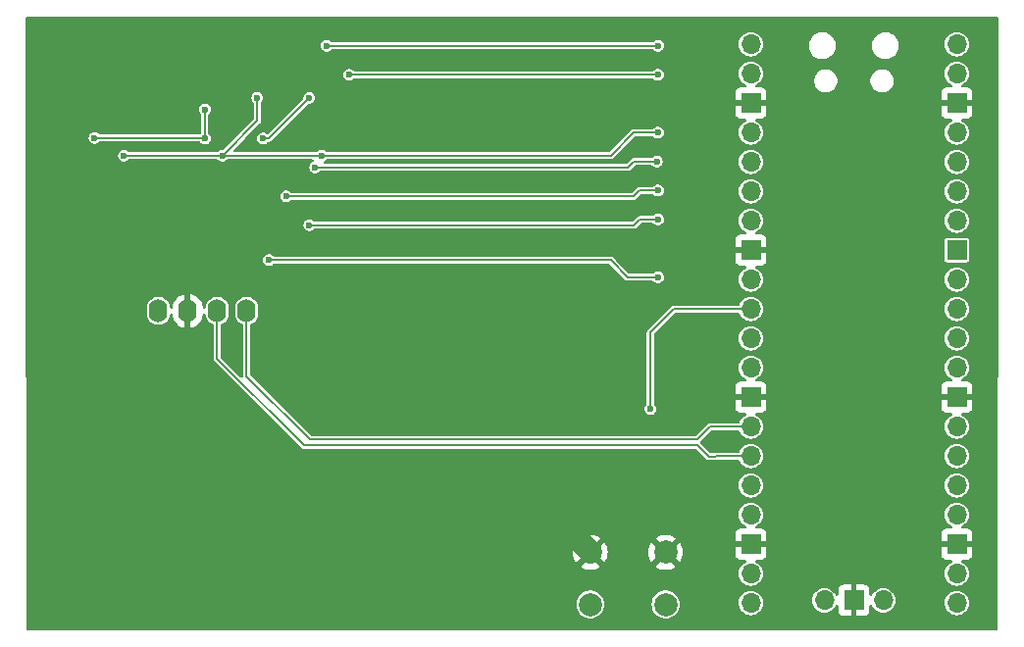
<source format=gbr>
%TF.GenerationSoftware,KiCad,Pcbnew,8.0.1*%
%TF.CreationDate,2024-07-30T09:20:39-03:00*%
%TF.ProjectId,business-card-pi-pico,62757369-6e65-4737-932d-636172642d70,rev?*%
%TF.SameCoordinates,Original*%
%TF.FileFunction,Copper,L2,Bot*%
%TF.FilePolarity,Positive*%
%FSLAX46Y46*%
G04 Gerber Fmt 4.6, Leading zero omitted, Abs format (unit mm)*
G04 Created by KiCad (PCBNEW 8.0.1) date 2024-07-30 09:20:39*
%MOMM*%
%LPD*%
G01*
G04 APERTURE LIST*
%TA.AperFunction,ComponentPad*%
%ADD10C,2.000000*%
%TD*%
%TA.AperFunction,ComponentPad*%
%ADD11O,1.600000X2.000000*%
%TD*%
%TA.AperFunction,ComponentPad*%
%ADD12O,1.700000X1.700000*%
%TD*%
%TA.AperFunction,ComponentPad*%
%ADD13R,1.700000X1.700000*%
%TD*%
%TA.AperFunction,ViaPad*%
%ADD14C,0.600000*%
%TD*%
%TA.AperFunction,Conductor*%
%ADD15C,0.200000*%
%TD*%
%TA.AperFunction,Conductor*%
%ADD16C,2.000000*%
%TD*%
G04 APERTURE END LIST*
D10*
%TO.P,SW1,1,1*%
%TO.N,GND*%
X149250000Y-99750000D03*
X155750000Y-99750000D03*
%TO.P,SW1,2,2*%
%TO.N,Net-(R8-Pad1)*%
X149250000Y-104250000D03*
X155750000Y-104250000D03*
%TD*%
D11*
%TO.P,J1,1,Pin_1*%
%TO.N,3V3*%
X111960000Y-78900000D03*
%TO.P,J1,2,Pin_2*%
%TO.N,GND*%
X114500000Y-78900000D03*
%TO.P,J1,3,Pin_3*%
%TO.N,SCL*%
X117040000Y-78900000D03*
%TO.P,J1,4,Pin_4*%
%TO.N,SDA*%
X119580000Y-78900000D03*
%TD*%
D12*
%TO.P,U1,1,GPIO0*%
%TO.N,pin1*%
X163110000Y-55870000D03*
%TO.P,U1,2,GPIO1*%
%TO.N,pin2*%
X163110000Y-58410000D03*
D13*
%TO.P,U1,3,GND*%
%TO.N,GND*%
X163110000Y-60950000D03*
D12*
%TO.P,U1,4,GPIO2*%
%TO.N,pin3*%
X163110000Y-63490000D03*
%TO.P,U1,5,GPIO3*%
%TO.N,pin4*%
X163110000Y-66030000D03*
%TO.P,U1,6,GPIO4*%
%TO.N,pin5*%
X163110000Y-68570000D03*
%TO.P,U1,7,GPIO5*%
%TO.N,pin6*%
X163110000Y-71110000D03*
D13*
%TO.P,U1,8,GND*%
%TO.N,GND*%
X163110000Y-73650000D03*
D12*
%TO.P,U1,9,GPIO6*%
%TO.N,pin7*%
X163110000Y-76190000D03*
%TO.P,U1,10,GPIO7*%
%TO.N,Capacitive_touch*%
X163110000Y-78730000D03*
%TO.P,U1,11,GPIO8*%
%TO.N,unconnected-(U1-GPIO8-Pad11)*%
X163110000Y-81270000D03*
%TO.P,U1,12,GPIO9*%
%TO.N,unconnected-(U1-GPIO9-Pad12)*%
X163110000Y-83810000D03*
D13*
%TO.P,U1,13,GND*%
%TO.N,GND*%
X163110000Y-86350000D03*
D12*
%TO.P,U1,14,GPIO10*%
%TO.N,SDA*%
X163110000Y-88890000D03*
%TO.P,U1,15,GPIO11*%
%TO.N,SCL*%
X163110000Y-91430000D03*
%TO.P,U1,16,GPIO12*%
%TO.N,unconnected-(U1-GPIO12-Pad16)*%
X163110000Y-93970000D03*
%TO.P,U1,17,GPIO13*%
%TO.N,unconnected-(U1-GPIO13-Pad17)*%
X163110000Y-96510000D03*
D13*
%TO.P,U1,18,GND*%
%TO.N,GND*%
X163110000Y-99050000D03*
D12*
%TO.P,U1,19,GPIO14*%
%TO.N,unconnected-(U1-GPIO14-Pad19)*%
X163110000Y-101590000D03*
%TO.P,U1,20,GPIO15*%
%TO.N,unconnected-(U1-GPIO15-Pad20)*%
X163110000Y-104130000D03*
%TO.P,U1,21,GPIO16*%
%TO.N,unconnected-(U1-GPIO16-Pad21)*%
X180890000Y-104130000D03*
%TO.P,U1,22,GPIO17*%
%TO.N,unconnected-(U1-GPIO17-Pad22)*%
X180890000Y-101590000D03*
D13*
%TO.P,U1,23,GND*%
%TO.N,GND*%
X180890000Y-99050000D03*
D12*
%TO.P,U1,24,GPIO18*%
%TO.N,unconnected-(U1-GPIO18-Pad24)*%
X180890000Y-96510000D03*
%TO.P,U1,25,GPIO19*%
%TO.N,unconnected-(U1-GPIO19-Pad25)*%
X180890000Y-93970000D03*
%TO.P,U1,26,GPIO20*%
%TO.N,unconnected-(U1-GPIO20-Pad26)*%
X180890000Y-91430000D03*
%TO.P,U1,27,GPIO21*%
%TO.N,unconnected-(U1-GPIO21-Pad27)*%
X180890000Y-88890000D03*
D13*
%TO.P,U1,28,GND*%
%TO.N,GND*%
X180890000Y-86350000D03*
D12*
%TO.P,U1,29,GPIO22*%
%TO.N,unconnected-(U1-GPIO22-Pad29)*%
X180890000Y-83810000D03*
%TO.P,U1,30,RUN*%
%TO.N,unconnected-(U1-RUN-Pad30)*%
X180890000Y-81270000D03*
%TO.P,U1,31,GPIO26_ADC0*%
%TO.N,unconnected-(U1-GPIO26_ADC0-Pad31)*%
X180890000Y-78730000D03*
%TO.P,U1,32,GPIO27_ADC1*%
%TO.N,unconnected-(U1-GPIO27_ADC1-Pad32)*%
X180890000Y-76190000D03*
D13*
%TO.P,U1,33,AGND*%
%TO.N,unconnected-(U1-AGND-Pad33)*%
X180890000Y-73650000D03*
D12*
%TO.P,U1,34,GPIO28_ADC2*%
%TO.N,unconnected-(U1-GPIO28_ADC2-Pad34)*%
X180890000Y-71110000D03*
%TO.P,U1,35,ADC_VREF*%
%TO.N,unconnected-(U1-ADC_VREF-Pad35)*%
X180890000Y-68570000D03*
%TO.P,U1,36,3V3*%
%TO.N,3V3*%
X180890000Y-66030000D03*
%TO.P,U1,37,3V3_EN*%
%TO.N,unconnected-(U1-3V3_EN-Pad37)*%
X180890000Y-63490000D03*
D13*
%TO.P,U1,38,GND*%
%TO.N,GND*%
X180890000Y-60950000D03*
D12*
%TO.P,U1,39,VSYS*%
%TO.N,unconnected-(U1-VSYS-Pad39)*%
X180890000Y-58410000D03*
%TO.P,U1,40,VBUS*%
%TO.N,unconnected-(U1-VBUS-Pad40)*%
X180890000Y-55870000D03*
%TO.P,U1,41,SWCLK*%
%TO.N,unconnected-(U1-SWCLK-Pad41)*%
X169460000Y-103900000D03*
D13*
%TO.P,U1,42,GND*%
%TO.N,GND*%
X172000000Y-103900000D03*
D12*
%TO.P,U1,43,SWDIO*%
%TO.N,unconnected-(U1-SWDIO-Pad43)*%
X174540000Y-103900000D03*
%TD*%
D14*
%TO.N,Net-(D1-K)*%
X128437500Y-58500000D03*
X155087500Y-58500000D03*
%TO.N,Capacitive_touch*%
X154432000Y-87376000D03*
%TO.N,Net-(D1-A)*%
X126500000Y-56000000D03*
X155087500Y-56000000D03*
%TO.N,Net-(D12-A)*%
X155087500Y-63500000D03*
X120500000Y-60500000D03*
X117500000Y-65500000D03*
X126100000Y-65500000D03*
X109000000Y-65500000D03*
%TO.N,Net-(D17-K)*%
X116000000Y-61500000D03*
X116000000Y-64000000D03*
X125500000Y-66500000D03*
X106460000Y-63960000D03*
X155000000Y-66000000D03*
%TO.N,GND*%
X134000000Y-105500000D03*
X134000000Y-92000000D03*
X134000000Y-94500000D03*
X145000000Y-105500000D03*
X145000000Y-92000000D03*
X145000000Y-94500000D03*
%TO.N,Net-(D10-K)*%
X123000000Y-69000000D03*
X155087500Y-68500000D03*
X125000000Y-60500000D03*
X121000000Y-64000000D03*
%TO.N,Net-(D10-A)*%
X155087500Y-71000000D03*
X125000000Y-71500000D03*
%TO.N,Net-(D11-K)*%
X155087500Y-76000000D03*
X121500000Y-74500000D03*
%TD*%
D15*
%TO.N,Net-(D1-K)*%
X155000000Y-58500000D02*
X155087500Y-58500000D01*
X128437500Y-58500000D02*
X155000000Y-58500000D01*
%TO.N,Capacitive_touch*%
X156464000Y-78740000D02*
X156972000Y-78740000D01*
X156972000Y-78740000D02*
X156982000Y-78730000D01*
X154432000Y-80772000D02*
X156464000Y-78740000D01*
X154432000Y-87376000D02*
X154432000Y-80772000D01*
X156982000Y-78730000D02*
X163110000Y-78730000D01*
%TO.N,Net-(D1-A)*%
X155000000Y-56000000D02*
X155087500Y-56000000D01*
X126500000Y-56000000D02*
X155000000Y-56000000D01*
%TO.N,Net-(D12-A)*%
X126100000Y-65500000D02*
X151000000Y-65500000D01*
X117500000Y-65500000D02*
X126100000Y-65500000D01*
X151000000Y-65500000D02*
X153000000Y-63500000D01*
X120500000Y-62500000D02*
X117500000Y-65500000D01*
X120500000Y-60500000D02*
X120500000Y-62500000D01*
X153000000Y-63500000D02*
X155087500Y-63500000D01*
X109000000Y-65500000D02*
X117500000Y-65500000D01*
%TO.N,Net-(D17-K)*%
X153000000Y-66000000D02*
X155000000Y-66000000D01*
X152500000Y-66500000D02*
X153000000Y-66000000D01*
X116000000Y-64000000D02*
X115960000Y-63960000D01*
X115960000Y-61540000D02*
X116000000Y-61500000D01*
X115960000Y-63960000D02*
X115960000Y-61540000D01*
X106460000Y-63960000D02*
X115960000Y-63960000D01*
X125500000Y-66500000D02*
X152500000Y-66500000D01*
D16*
%TO.N,GND*%
X145000000Y-94500000D02*
X145000000Y-95500000D01*
X145000000Y-95500000D02*
X149250000Y-99750000D01*
D15*
%TO.N,Net-(D10-K)*%
X153000000Y-69000000D02*
X153500000Y-68500000D01*
X123000000Y-69000000D02*
X153000000Y-69000000D01*
X153500000Y-68500000D02*
X155087500Y-68500000D01*
X125000000Y-60500000D02*
X121500000Y-64000000D01*
X121500000Y-64000000D02*
X121000000Y-64000000D01*
%TO.N,SDA*%
X159610000Y-88890000D02*
X163110000Y-88890000D01*
X125052000Y-90000000D02*
X158500000Y-90000000D01*
X125052000Y-90000000D02*
X119580000Y-84528000D01*
X158500000Y-90000000D02*
X159610000Y-88890000D01*
X119580000Y-84528000D02*
X119580000Y-78900000D01*
%TO.N,SCL*%
X124500000Y-90500000D02*
X158500000Y-90500000D01*
X124500000Y-90500000D02*
X117040000Y-83040000D01*
X160070000Y-91430000D02*
X163110000Y-91430000D01*
X159500000Y-91500000D02*
X160000000Y-91500000D01*
X117040000Y-83040000D02*
X117040000Y-78900000D01*
X158500000Y-90500000D02*
X159500000Y-91500000D01*
X160000000Y-91500000D02*
X160070000Y-91430000D01*
%TO.N,Net-(D10-A)*%
X153000000Y-71500000D02*
X153500000Y-71000000D01*
X153500000Y-71000000D02*
X155087500Y-71000000D01*
X125000000Y-71500000D02*
X153000000Y-71500000D01*
%TO.N,Net-(D11-K)*%
X121500000Y-74500000D02*
X151000000Y-74500000D01*
X152500000Y-76000000D02*
X155087500Y-76000000D01*
X151000000Y-74500000D02*
X152500000Y-76000000D01*
%TD*%
%TA.AperFunction,Conductor*%
%TO.N,GND*%
G36*
X184442539Y-53520185D02*
G01*
X184488294Y-53572989D01*
X184499500Y-53624500D01*
X184499500Y-84458244D01*
X184482887Y-84520244D01*
X184422313Y-84625161D01*
X184422312Y-84625164D01*
X184386500Y-84758817D01*
X184386500Y-106375500D01*
X184366815Y-106442539D01*
X184314011Y-106488294D01*
X184262500Y-106499500D01*
X100725500Y-106499500D01*
X100658461Y-106479815D01*
X100612706Y-106427011D01*
X100601500Y-106375500D01*
X100601500Y-104250000D01*
X148044357Y-104250000D01*
X148064884Y-104471535D01*
X148064885Y-104471537D01*
X148125769Y-104685523D01*
X148125775Y-104685538D01*
X148224938Y-104884683D01*
X148224943Y-104884691D01*
X148359020Y-105062238D01*
X148523437Y-105212123D01*
X148523439Y-105212125D01*
X148712595Y-105329245D01*
X148712596Y-105329245D01*
X148712599Y-105329247D01*
X148920060Y-105409618D01*
X149138757Y-105450500D01*
X149138759Y-105450500D01*
X149361241Y-105450500D01*
X149361243Y-105450500D01*
X149579940Y-105409618D01*
X149787401Y-105329247D01*
X149976562Y-105212124D01*
X150140981Y-105062236D01*
X150275058Y-104884689D01*
X150374229Y-104685528D01*
X150435115Y-104471536D01*
X150455643Y-104250000D01*
X154544357Y-104250000D01*
X154564884Y-104471535D01*
X154564885Y-104471537D01*
X154625769Y-104685523D01*
X154625775Y-104685538D01*
X154724938Y-104884683D01*
X154724943Y-104884691D01*
X154859020Y-105062238D01*
X155023437Y-105212123D01*
X155023439Y-105212125D01*
X155212595Y-105329245D01*
X155212596Y-105329245D01*
X155212599Y-105329247D01*
X155420060Y-105409618D01*
X155638757Y-105450500D01*
X155638759Y-105450500D01*
X155861241Y-105450500D01*
X155861243Y-105450500D01*
X156079940Y-105409618D01*
X156287401Y-105329247D01*
X156476562Y-105212124D01*
X156640981Y-105062236D01*
X156775058Y-104884689D01*
X156874229Y-104685528D01*
X156935115Y-104471536D01*
X156955643Y-104250000D01*
X156944524Y-104130000D01*
X162054417Y-104130000D01*
X162074699Y-104335932D01*
X162093280Y-104397186D01*
X162134768Y-104533954D01*
X162232315Y-104716450D01*
X162232317Y-104716452D01*
X162363589Y-104876410D01*
X162373680Y-104884691D01*
X162523550Y-105007685D01*
X162706046Y-105105232D01*
X162904066Y-105165300D01*
X162904065Y-105165300D01*
X162922529Y-105167118D01*
X163110000Y-105185583D01*
X163315934Y-105165300D01*
X163513954Y-105105232D01*
X163696450Y-105007685D01*
X163856410Y-104876410D01*
X163987685Y-104716450D01*
X164085232Y-104533954D01*
X164145300Y-104335934D01*
X164165583Y-104130000D01*
X164145300Y-103924066D01*
X164138000Y-103900000D01*
X168404417Y-103900000D01*
X168424699Y-104105932D01*
X168424700Y-104105934D01*
X168484768Y-104303954D01*
X168582315Y-104486450D01*
X168582317Y-104486452D01*
X168713589Y-104646410D01*
X168798934Y-104716450D01*
X168873550Y-104777685D01*
X169056046Y-104875232D01*
X169254066Y-104935300D01*
X169254065Y-104935300D01*
X169272529Y-104937118D01*
X169460000Y-104955583D01*
X169665934Y-104935300D01*
X169863954Y-104875232D01*
X170046450Y-104777685D01*
X170206410Y-104646410D01*
X170337685Y-104486450D01*
X170416643Y-104338730D01*
X170465605Y-104288888D01*
X170533742Y-104273428D01*
X170599422Y-104297260D01*
X170641791Y-104352818D01*
X170650000Y-104397186D01*
X170650000Y-104797844D01*
X170656401Y-104857372D01*
X170656403Y-104857379D01*
X170706645Y-104992086D01*
X170706649Y-104992093D01*
X170792809Y-105107187D01*
X170792812Y-105107190D01*
X170907906Y-105193350D01*
X170907913Y-105193354D01*
X171042620Y-105243596D01*
X171042627Y-105243598D01*
X171102155Y-105249999D01*
X171102172Y-105250000D01*
X171750000Y-105250000D01*
X171750000Y-104344560D01*
X171803147Y-104375245D01*
X171932857Y-104410000D01*
X172067143Y-104410000D01*
X172196853Y-104375245D01*
X172250000Y-104344560D01*
X172250000Y-105250000D01*
X172897828Y-105250000D01*
X172897844Y-105249999D01*
X172957372Y-105243598D01*
X172957379Y-105243596D01*
X173092086Y-105193354D01*
X173092093Y-105193350D01*
X173207187Y-105107190D01*
X173207190Y-105107187D01*
X173293350Y-104992093D01*
X173293354Y-104992086D01*
X173343596Y-104857379D01*
X173343598Y-104857372D01*
X173349999Y-104797844D01*
X173350000Y-104797827D01*
X173350000Y-104397186D01*
X173369685Y-104330147D01*
X173422489Y-104284392D01*
X173491647Y-104274448D01*
X173555203Y-104303473D01*
X173583356Y-104338729D01*
X173662315Y-104486450D01*
X173662317Y-104486452D01*
X173793589Y-104646410D01*
X173878934Y-104716450D01*
X173953550Y-104777685D01*
X174136046Y-104875232D01*
X174334066Y-104935300D01*
X174334065Y-104935300D01*
X174352529Y-104937118D01*
X174540000Y-104955583D01*
X174745934Y-104935300D01*
X174943954Y-104875232D01*
X175126450Y-104777685D01*
X175286410Y-104646410D01*
X175417685Y-104486450D01*
X175515232Y-104303954D01*
X175568000Y-104130000D01*
X179834417Y-104130000D01*
X179854699Y-104335932D01*
X179873280Y-104397186D01*
X179914768Y-104533954D01*
X180012315Y-104716450D01*
X180012317Y-104716452D01*
X180143589Y-104876410D01*
X180153680Y-104884691D01*
X180303550Y-105007685D01*
X180486046Y-105105232D01*
X180684066Y-105165300D01*
X180684065Y-105165300D01*
X180702529Y-105167118D01*
X180890000Y-105185583D01*
X181095934Y-105165300D01*
X181293954Y-105105232D01*
X181476450Y-105007685D01*
X181636410Y-104876410D01*
X181767685Y-104716450D01*
X181865232Y-104533954D01*
X181925300Y-104335934D01*
X181945583Y-104130000D01*
X181925300Y-103924066D01*
X181865232Y-103726046D01*
X181767685Y-103543550D01*
X181707203Y-103469852D01*
X181636410Y-103383589D01*
X181476452Y-103252317D01*
X181476453Y-103252317D01*
X181476450Y-103252315D01*
X181293954Y-103154768D01*
X181095934Y-103094700D01*
X181095932Y-103094699D01*
X181095934Y-103094699D01*
X180890000Y-103074417D01*
X180684067Y-103094699D01*
X180508692Y-103147898D01*
X180489930Y-103153590D01*
X180486043Y-103154769D01*
X180375898Y-103213643D01*
X180303550Y-103252315D01*
X180303548Y-103252316D01*
X180303547Y-103252317D01*
X180143589Y-103383589D01*
X180012317Y-103543547D01*
X179914769Y-103726043D01*
X179854699Y-103924067D01*
X179834417Y-104130000D01*
X175568000Y-104130000D01*
X175575300Y-104105934D01*
X175595583Y-103900000D01*
X175575300Y-103694066D01*
X175515232Y-103496046D01*
X175417685Y-103313550D01*
X175365702Y-103250209D01*
X175286410Y-103153589D01*
X175126452Y-103022317D01*
X175126453Y-103022317D01*
X175126450Y-103022315D01*
X174943954Y-102924768D01*
X174745934Y-102864700D01*
X174745932Y-102864699D01*
X174745934Y-102864699D01*
X174540000Y-102844417D01*
X174334067Y-102864699D01*
X174136043Y-102924769D01*
X174102634Y-102942627D01*
X173953550Y-103022315D01*
X173953548Y-103022316D01*
X173953547Y-103022317D01*
X173793589Y-103153589D01*
X173662317Y-103313547D01*
X173583358Y-103461267D01*
X173534395Y-103511111D01*
X173466257Y-103526571D01*
X173400578Y-103502739D01*
X173358209Y-103447181D01*
X173350000Y-103402813D01*
X173350000Y-103002172D01*
X173349999Y-103002155D01*
X173343598Y-102942627D01*
X173343596Y-102942620D01*
X173293354Y-102807913D01*
X173293350Y-102807906D01*
X173207190Y-102692812D01*
X173207187Y-102692809D01*
X173092093Y-102606649D01*
X173092086Y-102606645D01*
X172957379Y-102556403D01*
X172957372Y-102556401D01*
X172897844Y-102550000D01*
X172250000Y-102550000D01*
X172250000Y-103455439D01*
X172196853Y-103424755D01*
X172067143Y-103390000D01*
X171932857Y-103390000D01*
X171803147Y-103424755D01*
X171750000Y-103455439D01*
X171750000Y-102550000D01*
X171102155Y-102550000D01*
X171042627Y-102556401D01*
X171042620Y-102556403D01*
X170907913Y-102606645D01*
X170907906Y-102606649D01*
X170792812Y-102692809D01*
X170792809Y-102692812D01*
X170706649Y-102807906D01*
X170706645Y-102807913D01*
X170656403Y-102942620D01*
X170656401Y-102942627D01*
X170650000Y-103002155D01*
X170650000Y-103402813D01*
X170630315Y-103469852D01*
X170577511Y-103515607D01*
X170508353Y-103525551D01*
X170444797Y-103496526D01*
X170416642Y-103461267D01*
X170404079Y-103437764D01*
X170337685Y-103313550D01*
X170285702Y-103250209D01*
X170206410Y-103153589D01*
X170046452Y-103022317D01*
X170046453Y-103022317D01*
X170046450Y-103022315D01*
X169863954Y-102924768D01*
X169665934Y-102864700D01*
X169665932Y-102864699D01*
X169665934Y-102864699D01*
X169460000Y-102844417D01*
X169254067Y-102864699D01*
X169056043Y-102924769D01*
X169022634Y-102942627D01*
X168873550Y-103022315D01*
X168873548Y-103022316D01*
X168873547Y-103022317D01*
X168713589Y-103153589D01*
X168582317Y-103313547D01*
X168484769Y-103496043D01*
X168424699Y-103694067D01*
X168404417Y-103900000D01*
X164138000Y-103900000D01*
X164085232Y-103726046D01*
X163987685Y-103543550D01*
X163927203Y-103469852D01*
X163856410Y-103383589D01*
X163696452Y-103252317D01*
X163696453Y-103252317D01*
X163696450Y-103252315D01*
X163513954Y-103154768D01*
X163315934Y-103094700D01*
X163315932Y-103094699D01*
X163315934Y-103094699D01*
X163110000Y-103074417D01*
X162904067Y-103094699D01*
X162728692Y-103147898D01*
X162709930Y-103153590D01*
X162706043Y-103154769D01*
X162595898Y-103213643D01*
X162523550Y-103252315D01*
X162523548Y-103252316D01*
X162523547Y-103252317D01*
X162363589Y-103383589D01*
X162232317Y-103543547D01*
X162134769Y-103726043D01*
X162074699Y-103924067D01*
X162054417Y-104130000D01*
X156944524Y-104130000D01*
X156935115Y-104028464D01*
X156874229Y-103814472D01*
X156830198Y-103726046D01*
X156775061Y-103615316D01*
X156775056Y-103615308D01*
X156640979Y-103437761D01*
X156476562Y-103287876D01*
X156476560Y-103287874D01*
X156287404Y-103170754D01*
X156287398Y-103170752D01*
X156079940Y-103090382D01*
X155861243Y-103049500D01*
X155638757Y-103049500D01*
X155420060Y-103090382D01*
X155288864Y-103141207D01*
X155212601Y-103170752D01*
X155212595Y-103170754D01*
X155023439Y-103287874D01*
X155023437Y-103287876D01*
X154859020Y-103437761D01*
X154724943Y-103615308D01*
X154724938Y-103615316D01*
X154625775Y-103814461D01*
X154625769Y-103814476D01*
X154564885Y-104028462D01*
X154564884Y-104028464D01*
X154544357Y-104249999D01*
X154544357Y-104250000D01*
X150455643Y-104250000D01*
X150435115Y-104028464D01*
X150374229Y-103814472D01*
X150330198Y-103726046D01*
X150275061Y-103615316D01*
X150275056Y-103615308D01*
X150140979Y-103437761D01*
X149976562Y-103287876D01*
X149976560Y-103287874D01*
X149787404Y-103170754D01*
X149787398Y-103170752D01*
X149579940Y-103090382D01*
X149361243Y-103049500D01*
X149138757Y-103049500D01*
X148920060Y-103090382D01*
X148788864Y-103141207D01*
X148712601Y-103170752D01*
X148712595Y-103170754D01*
X148523439Y-103287874D01*
X148523437Y-103287876D01*
X148359020Y-103437761D01*
X148224943Y-103615308D01*
X148224938Y-103615316D01*
X148125775Y-103814461D01*
X148125769Y-103814476D01*
X148064885Y-104028462D01*
X148064884Y-104028464D01*
X148044357Y-104249999D01*
X148044357Y-104250000D01*
X100601500Y-104250000D01*
X100601500Y-99750005D01*
X147744859Y-99750005D01*
X147765385Y-99997729D01*
X147765387Y-99997738D01*
X147826412Y-100238717D01*
X147926266Y-100466364D01*
X148026564Y-100619882D01*
X148726212Y-99920234D01*
X148737482Y-99962292D01*
X148809890Y-100087708D01*
X148912292Y-100190110D01*
X149037708Y-100262518D01*
X149079765Y-100273787D01*
X148379942Y-100973609D01*
X148426768Y-101010055D01*
X148426770Y-101010056D01*
X148645385Y-101128364D01*
X148645396Y-101128369D01*
X148880506Y-101209083D01*
X149125707Y-101250000D01*
X149374293Y-101250000D01*
X149619493Y-101209083D01*
X149854603Y-101128369D01*
X149854614Y-101128364D01*
X150073228Y-101010057D01*
X150073231Y-101010055D01*
X150120056Y-100973609D01*
X149420234Y-100273787D01*
X149462292Y-100262518D01*
X149587708Y-100190110D01*
X149690110Y-100087708D01*
X149762518Y-99962292D01*
X149773787Y-99920235D01*
X150473434Y-100619882D01*
X150573731Y-100466369D01*
X150673587Y-100238717D01*
X150734612Y-99997738D01*
X150734614Y-99997729D01*
X150755141Y-99750005D01*
X154244859Y-99750005D01*
X154265385Y-99997729D01*
X154265387Y-99997738D01*
X154326412Y-100238717D01*
X154426266Y-100466364D01*
X154526564Y-100619882D01*
X155226212Y-99920234D01*
X155237482Y-99962292D01*
X155309890Y-100087708D01*
X155412292Y-100190110D01*
X155537708Y-100262518D01*
X155579765Y-100273787D01*
X154879942Y-100973609D01*
X154926768Y-101010055D01*
X154926770Y-101010056D01*
X155145385Y-101128364D01*
X155145396Y-101128369D01*
X155380506Y-101209083D01*
X155625707Y-101250000D01*
X155874293Y-101250000D01*
X156119493Y-101209083D01*
X156354603Y-101128369D01*
X156354614Y-101128364D01*
X156573228Y-101010057D01*
X156573231Y-101010055D01*
X156620056Y-100973609D01*
X155920234Y-100273787D01*
X155962292Y-100262518D01*
X156087708Y-100190110D01*
X156190110Y-100087708D01*
X156262518Y-99962292D01*
X156273787Y-99920235D01*
X156973434Y-100619882D01*
X157073731Y-100466369D01*
X157173587Y-100238717D01*
X157234612Y-99997738D01*
X157234614Y-99997729D01*
X157238748Y-99947844D01*
X161760000Y-99947844D01*
X161766401Y-100007372D01*
X161766403Y-100007379D01*
X161816645Y-100142086D01*
X161816649Y-100142093D01*
X161902809Y-100257187D01*
X161902812Y-100257190D01*
X162017906Y-100343350D01*
X162017913Y-100343354D01*
X162152620Y-100393596D01*
X162152627Y-100393598D01*
X162212155Y-100399999D01*
X162212172Y-100400000D01*
X162612813Y-100400000D01*
X162679852Y-100419685D01*
X162725607Y-100472489D01*
X162735551Y-100541647D01*
X162706526Y-100605203D01*
X162671267Y-100633357D01*
X162523550Y-100712315D01*
X162523548Y-100712316D01*
X162523547Y-100712317D01*
X162363589Y-100843589D01*
X162232317Y-101003547D01*
X162232315Y-101003550D01*
X162228837Y-101010057D01*
X162134769Y-101186043D01*
X162074699Y-101384067D01*
X162054417Y-101590000D01*
X162074699Y-101795932D01*
X162074700Y-101795934D01*
X162134768Y-101993954D01*
X162232315Y-102176450D01*
X162232317Y-102176452D01*
X162363589Y-102336410D01*
X162460209Y-102415702D01*
X162523550Y-102467685D01*
X162706046Y-102565232D01*
X162904066Y-102625300D01*
X162904065Y-102625300D01*
X162922529Y-102627118D01*
X163110000Y-102645583D01*
X163315934Y-102625300D01*
X163513954Y-102565232D01*
X163696450Y-102467685D01*
X163856410Y-102336410D01*
X163987685Y-102176450D01*
X164085232Y-101993954D01*
X164145300Y-101795934D01*
X164165583Y-101590000D01*
X164145300Y-101384066D01*
X164085232Y-101186046D01*
X163987685Y-101003550D01*
X163935702Y-100940209D01*
X163856410Y-100843589D01*
X163696452Y-100712317D01*
X163696453Y-100712317D01*
X163696450Y-100712315D01*
X163548732Y-100633357D01*
X163498889Y-100584395D01*
X163483429Y-100516257D01*
X163507261Y-100450578D01*
X163562819Y-100408209D01*
X163607187Y-100400000D01*
X164007828Y-100400000D01*
X164007844Y-100399999D01*
X164067372Y-100393598D01*
X164067379Y-100393596D01*
X164202086Y-100343354D01*
X164202093Y-100343350D01*
X164317187Y-100257190D01*
X164317190Y-100257187D01*
X164403350Y-100142093D01*
X164403354Y-100142086D01*
X164453596Y-100007379D01*
X164453598Y-100007372D01*
X164459999Y-99947844D01*
X179540000Y-99947844D01*
X179546401Y-100007372D01*
X179546403Y-100007379D01*
X179596645Y-100142086D01*
X179596649Y-100142093D01*
X179682809Y-100257187D01*
X179682812Y-100257190D01*
X179797906Y-100343350D01*
X179797913Y-100343354D01*
X179932620Y-100393596D01*
X179932627Y-100393598D01*
X179992155Y-100399999D01*
X179992172Y-100400000D01*
X180392813Y-100400000D01*
X180459852Y-100419685D01*
X180505607Y-100472489D01*
X180515551Y-100541647D01*
X180486526Y-100605203D01*
X180451267Y-100633357D01*
X180303550Y-100712315D01*
X180303548Y-100712316D01*
X180303547Y-100712317D01*
X180143589Y-100843589D01*
X180012317Y-101003547D01*
X180012315Y-101003550D01*
X180008837Y-101010057D01*
X179914769Y-101186043D01*
X179854699Y-101384067D01*
X179834417Y-101590000D01*
X179854699Y-101795932D01*
X179854700Y-101795934D01*
X179914768Y-101993954D01*
X180012315Y-102176450D01*
X180012317Y-102176452D01*
X180143589Y-102336410D01*
X180240209Y-102415702D01*
X180303550Y-102467685D01*
X180486046Y-102565232D01*
X180684066Y-102625300D01*
X180684065Y-102625300D01*
X180702529Y-102627118D01*
X180890000Y-102645583D01*
X181095934Y-102625300D01*
X181293954Y-102565232D01*
X181476450Y-102467685D01*
X181636410Y-102336410D01*
X181767685Y-102176450D01*
X181865232Y-101993954D01*
X181925300Y-101795934D01*
X181945583Y-101590000D01*
X181925300Y-101384066D01*
X181865232Y-101186046D01*
X181767685Y-101003550D01*
X181715702Y-100940209D01*
X181636410Y-100843589D01*
X181476452Y-100712317D01*
X181476453Y-100712317D01*
X181476450Y-100712315D01*
X181328732Y-100633357D01*
X181278889Y-100584395D01*
X181263429Y-100516257D01*
X181287261Y-100450578D01*
X181342819Y-100408209D01*
X181387187Y-100400000D01*
X181787828Y-100400000D01*
X181787844Y-100399999D01*
X181847372Y-100393598D01*
X181847379Y-100393596D01*
X181982086Y-100343354D01*
X181982093Y-100343350D01*
X182097187Y-100257190D01*
X182097190Y-100257187D01*
X182183350Y-100142093D01*
X182183354Y-100142086D01*
X182233596Y-100007379D01*
X182233598Y-100007372D01*
X182239999Y-99947844D01*
X182240000Y-99947827D01*
X182240000Y-99300000D01*
X181334560Y-99300000D01*
X181365245Y-99246853D01*
X181400000Y-99117143D01*
X181400000Y-98982857D01*
X181365245Y-98853147D01*
X181334560Y-98800000D01*
X182240000Y-98800000D01*
X182240000Y-98152172D01*
X182239999Y-98152155D01*
X182233598Y-98092627D01*
X182233596Y-98092620D01*
X182183354Y-97957913D01*
X182183350Y-97957906D01*
X182097190Y-97842812D01*
X182097187Y-97842809D01*
X181982093Y-97756649D01*
X181982086Y-97756645D01*
X181847379Y-97706403D01*
X181847372Y-97706401D01*
X181787844Y-97700000D01*
X181387187Y-97700000D01*
X181320148Y-97680315D01*
X181274393Y-97627511D01*
X181264449Y-97558353D01*
X181293474Y-97494797D01*
X181328733Y-97466642D01*
X181476450Y-97387685D01*
X181636410Y-97256410D01*
X181767685Y-97096450D01*
X181865232Y-96913954D01*
X181925300Y-96715934D01*
X181945583Y-96510000D01*
X181925300Y-96304066D01*
X181865232Y-96106046D01*
X181767685Y-95923550D01*
X181715702Y-95860209D01*
X181636410Y-95763589D01*
X181476452Y-95632317D01*
X181476453Y-95632317D01*
X181476450Y-95632315D01*
X181293954Y-95534768D01*
X181095934Y-95474700D01*
X181095932Y-95474699D01*
X181095934Y-95474699D01*
X180890000Y-95454417D01*
X180684067Y-95474699D01*
X180486043Y-95534769D01*
X180375898Y-95593643D01*
X180303550Y-95632315D01*
X180303548Y-95632316D01*
X180303547Y-95632317D01*
X180143589Y-95763589D01*
X180012317Y-95923547D01*
X179914769Y-96106043D01*
X179854699Y-96304067D01*
X179834417Y-96510000D01*
X179854699Y-96715932D01*
X179854700Y-96715934D01*
X179914768Y-96913954D01*
X180012315Y-97096450D01*
X180012317Y-97096452D01*
X180143589Y-97256410D01*
X180240209Y-97335702D01*
X180303550Y-97387685D01*
X180451267Y-97466642D01*
X180501111Y-97515605D01*
X180516571Y-97583743D01*
X180492739Y-97649422D01*
X180437181Y-97691791D01*
X180392813Y-97700000D01*
X179992155Y-97700000D01*
X179932627Y-97706401D01*
X179932620Y-97706403D01*
X179797913Y-97756645D01*
X179797906Y-97756649D01*
X179682812Y-97842809D01*
X179682809Y-97842812D01*
X179596649Y-97957906D01*
X179596645Y-97957913D01*
X179546403Y-98092620D01*
X179546401Y-98092627D01*
X179540000Y-98152155D01*
X179540000Y-98800000D01*
X180445440Y-98800000D01*
X180414755Y-98853147D01*
X180380000Y-98982857D01*
X180380000Y-99117143D01*
X180414755Y-99246853D01*
X180445440Y-99300000D01*
X179540000Y-99300000D01*
X179540000Y-99947844D01*
X164459999Y-99947844D01*
X164460000Y-99947827D01*
X164460000Y-99300000D01*
X163554560Y-99300000D01*
X163585245Y-99246853D01*
X163620000Y-99117143D01*
X163620000Y-98982857D01*
X163585245Y-98853147D01*
X163554560Y-98800000D01*
X164460000Y-98800000D01*
X164460000Y-98152172D01*
X164459999Y-98152155D01*
X164453598Y-98092627D01*
X164453596Y-98092620D01*
X164403354Y-97957913D01*
X164403350Y-97957906D01*
X164317190Y-97842812D01*
X164317187Y-97842809D01*
X164202093Y-97756649D01*
X164202086Y-97756645D01*
X164067379Y-97706403D01*
X164067372Y-97706401D01*
X164007844Y-97700000D01*
X163607187Y-97700000D01*
X163540148Y-97680315D01*
X163494393Y-97627511D01*
X163484449Y-97558353D01*
X163513474Y-97494797D01*
X163548733Y-97466642D01*
X163696450Y-97387685D01*
X163856410Y-97256410D01*
X163987685Y-97096450D01*
X164085232Y-96913954D01*
X164145300Y-96715934D01*
X164165583Y-96510000D01*
X164145300Y-96304066D01*
X164085232Y-96106046D01*
X163987685Y-95923550D01*
X163935702Y-95860209D01*
X163856410Y-95763589D01*
X163696452Y-95632317D01*
X163696453Y-95632317D01*
X163696450Y-95632315D01*
X163513954Y-95534768D01*
X163315934Y-95474700D01*
X163315932Y-95474699D01*
X163315934Y-95474699D01*
X163110000Y-95454417D01*
X162904067Y-95474699D01*
X162706043Y-95534769D01*
X162595898Y-95593643D01*
X162523550Y-95632315D01*
X162523548Y-95632316D01*
X162523547Y-95632317D01*
X162363589Y-95763589D01*
X162232317Y-95923547D01*
X162134769Y-96106043D01*
X162074699Y-96304067D01*
X162054417Y-96510000D01*
X162074699Y-96715932D01*
X162074700Y-96715934D01*
X162134768Y-96913954D01*
X162232315Y-97096450D01*
X162232317Y-97096452D01*
X162363589Y-97256410D01*
X162460209Y-97335702D01*
X162523550Y-97387685D01*
X162671267Y-97466642D01*
X162721111Y-97515605D01*
X162736571Y-97583743D01*
X162712739Y-97649422D01*
X162657181Y-97691791D01*
X162612813Y-97700000D01*
X162212155Y-97700000D01*
X162152627Y-97706401D01*
X162152620Y-97706403D01*
X162017913Y-97756645D01*
X162017906Y-97756649D01*
X161902812Y-97842809D01*
X161902809Y-97842812D01*
X161816649Y-97957906D01*
X161816645Y-97957913D01*
X161766403Y-98092620D01*
X161766401Y-98092627D01*
X161760000Y-98152155D01*
X161760000Y-98800000D01*
X162665440Y-98800000D01*
X162634755Y-98853147D01*
X162600000Y-98982857D01*
X162600000Y-99117143D01*
X162634755Y-99246853D01*
X162665440Y-99300000D01*
X161760000Y-99300000D01*
X161760000Y-99947844D01*
X157238748Y-99947844D01*
X157255141Y-99750005D01*
X157255141Y-99749994D01*
X157234614Y-99502270D01*
X157234612Y-99502261D01*
X157173587Y-99261282D01*
X157073731Y-99033630D01*
X156973434Y-98880116D01*
X156273787Y-99579764D01*
X156262518Y-99537708D01*
X156190110Y-99412292D01*
X156087708Y-99309890D01*
X155962292Y-99237482D01*
X155920235Y-99226212D01*
X156620057Y-98526390D01*
X156620056Y-98526389D01*
X156573229Y-98489943D01*
X156354614Y-98371635D01*
X156354603Y-98371630D01*
X156119493Y-98290916D01*
X155874293Y-98250000D01*
X155625707Y-98250000D01*
X155380506Y-98290916D01*
X155145396Y-98371630D01*
X155145390Y-98371632D01*
X154926761Y-98489949D01*
X154879942Y-98526388D01*
X154879942Y-98526390D01*
X155579765Y-99226212D01*
X155537708Y-99237482D01*
X155412292Y-99309890D01*
X155309890Y-99412292D01*
X155237482Y-99537708D01*
X155226212Y-99579764D01*
X154526564Y-98880116D01*
X154426267Y-99033632D01*
X154326412Y-99261282D01*
X154265387Y-99502261D01*
X154265385Y-99502270D01*
X154244859Y-99749994D01*
X154244859Y-99750005D01*
X150755141Y-99750005D01*
X150755141Y-99749994D01*
X150734614Y-99502270D01*
X150734612Y-99502261D01*
X150673587Y-99261282D01*
X150573731Y-99033630D01*
X150473434Y-98880116D01*
X149773787Y-99579764D01*
X149762518Y-99537708D01*
X149690110Y-99412292D01*
X149587708Y-99309890D01*
X149462292Y-99237482D01*
X149420235Y-99226212D01*
X150120057Y-98526390D01*
X150120056Y-98526389D01*
X150073229Y-98489943D01*
X149854614Y-98371635D01*
X149854603Y-98371630D01*
X149619493Y-98290916D01*
X149374293Y-98250000D01*
X149125707Y-98250000D01*
X148880506Y-98290916D01*
X148645396Y-98371630D01*
X148645390Y-98371632D01*
X148426761Y-98489949D01*
X148379942Y-98526388D01*
X148379942Y-98526390D01*
X149079765Y-99226212D01*
X149037708Y-99237482D01*
X148912292Y-99309890D01*
X148809890Y-99412292D01*
X148737482Y-99537708D01*
X148726212Y-99579764D01*
X148026564Y-98880116D01*
X147926267Y-99033632D01*
X147826412Y-99261282D01*
X147765387Y-99502261D01*
X147765385Y-99502270D01*
X147744859Y-99749994D01*
X147744859Y-99750005D01*
X100601500Y-99750005D01*
X100601500Y-93970000D01*
X162054417Y-93970000D01*
X162074699Y-94175932D01*
X162074700Y-94175934D01*
X162134768Y-94373954D01*
X162232315Y-94556450D01*
X162232317Y-94556452D01*
X162363589Y-94716410D01*
X162460209Y-94795702D01*
X162523550Y-94847685D01*
X162706046Y-94945232D01*
X162904066Y-95005300D01*
X162904065Y-95005300D01*
X162922529Y-95007118D01*
X163110000Y-95025583D01*
X163315934Y-95005300D01*
X163513954Y-94945232D01*
X163696450Y-94847685D01*
X163856410Y-94716410D01*
X163987685Y-94556450D01*
X164085232Y-94373954D01*
X164145300Y-94175934D01*
X164165583Y-93970000D01*
X179834417Y-93970000D01*
X179854699Y-94175932D01*
X179854700Y-94175934D01*
X179914768Y-94373954D01*
X180012315Y-94556450D01*
X180012317Y-94556452D01*
X180143589Y-94716410D01*
X180240209Y-94795702D01*
X180303550Y-94847685D01*
X180486046Y-94945232D01*
X180684066Y-95005300D01*
X180684065Y-95005300D01*
X180702529Y-95007118D01*
X180890000Y-95025583D01*
X181095934Y-95005300D01*
X181293954Y-94945232D01*
X181476450Y-94847685D01*
X181636410Y-94716410D01*
X181767685Y-94556450D01*
X181865232Y-94373954D01*
X181925300Y-94175934D01*
X181945583Y-93970000D01*
X181925300Y-93764066D01*
X181865232Y-93566046D01*
X181767685Y-93383550D01*
X181715702Y-93320209D01*
X181636410Y-93223589D01*
X181476452Y-93092317D01*
X181476453Y-93092317D01*
X181476450Y-93092315D01*
X181293954Y-92994768D01*
X181095934Y-92934700D01*
X181095932Y-92934699D01*
X181095934Y-92934699D01*
X180890000Y-92914417D01*
X180684067Y-92934699D01*
X180486043Y-92994769D01*
X180375898Y-93053643D01*
X180303550Y-93092315D01*
X180303548Y-93092316D01*
X180303547Y-93092317D01*
X180143589Y-93223589D01*
X180012317Y-93383547D01*
X179914769Y-93566043D01*
X179854699Y-93764067D01*
X179834417Y-93970000D01*
X164165583Y-93970000D01*
X164145300Y-93764066D01*
X164085232Y-93566046D01*
X163987685Y-93383550D01*
X163935702Y-93320209D01*
X163856410Y-93223589D01*
X163696452Y-93092317D01*
X163696453Y-93092317D01*
X163696450Y-93092315D01*
X163513954Y-92994768D01*
X163315934Y-92934700D01*
X163315932Y-92934699D01*
X163315934Y-92934699D01*
X163110000Y-92914417D01*
X162904067Y-92934699D01*
X162706043Y-92994769D01*
X162595898Y-93053643D01*
X162523550Y-93092315D01*
X162523548Y-93092316D01*
X162523547Y-93092317D01*
X162363589Y-93223589D01*
X162232317Y-93383547D01*
X162134769Y-93566043D01*
X162074699Y-93764067D01*
X162054417Y-93970000D01*
X100601500Y-93970000D01*
X100601500Y-84758819D01*
X100601500Y-84758817D01*
X100565688Y-84625164D01*
X100517112Y-84541027D01*
X100500500Y-84479028D01*
X100500500Y-79198543D01*
X110959499Y-79198543D01*
X110997947Y-79391829D01*
X110997950Y-79391839D01*
X111073364Y-79573907D01*
X111073371Y-79573920D01*
X111182860Y-79737781D01*
X111182863Y-79737785D01*
X111322214Y-79877136D01*
X111322218Y-79877139D01*
X111486079Y-79986628D01*
X111486092Y-79986635D01*
X111659498Y-80058461D01*
X111668165Y-80062051D01*
X111668169Y-80062051D01*
X111668170Y-80062052D01*
X111861456Y-80100500D01*
X111861459Y-80100500D01*
X112058543Y-80100500D01*
X112208887Y-80070594D01*
X112251835Y-80062051D01*
X112433914Y-79986632D01*
X112597782Y-79877139D01*
X112737139Y-79737782D01*
X112846632Y-79573914D01*
X112922051Y-79391835D01*
X112958034Y-79210937D01*
X112990419Y-79149027D01*
X113051134Y-79114453D01*
X113120904Y-79118192D01*
X113177576Y-79159059D01*
X113202124Y-79215731D01*
X113232009Y-79404417D01*
X113295244Y-79599031D01*
X113388140Y-79781349D01*
X113508417Y-79946894D01*
X113508417Y-79946895D01*
X113653104Y-80091582D01*
X113818650Y-80211859D01*
X114000968Y-80304754D01*
X114195578Y-80367988D01*
X114250000Y-80376607D01*
X114250000Y-79333012D01*
X114307007Y-79365925D01*
X114434174Y-79400000D01*
X114565826Y-79400000D01*
X114692993Y-79365925D01*
X114750000Y-79333012D01*
X114750000Y-80376606D01*
X114804421Y-80367988D01*
X114999031Y-80304754D01*
X115181349Y-80211859D01*
X115346894Y-80091582D01*
X115346895Y-80091582D01*
X115491582Y-79946895D01*
X115491582Y-79946894D01*
X115611859Y-79781349D01*
X115704755Y-79599031D01*
X115767990Y-79404417D01*
X115797875Y-79215731D01*
X115827804Y-79152596D01*
X115887116Y-79115665D01*
X115956978Y-79116663D01*
X116015211Y-79155273D01*
X116041965Y-79210937D01*
X116077947Y-79391829D01*
X116077950Y-79391839D01*
X116153364Y-79573907D01*
X116153371Y-79573920D01*
X116262860Y-79737781D01*
X116262863Y-79737785D01*
X116402217Y-79877139D01*
X116506615Y-79946895D01*
X116566086Y-79986632D01*
X116662953Y-80026755D01*
X116717355Y-80070594D01*
X116739421Y-80136888D01*
X116739500Y-80141315D01*
X116739500Y-83079562D01*
X116753152Y-83130513D01*
X116759979Y-83155990D01*
X116759980Y-83155991D01*
X116798983Y-83223547D01*
X116799536Y-83224505D01*
X116799538Y-83224508D01*
X116799540Y-83224511D01*
X124259540Y-90684511D01*
X124315489Y-90740460D01*
X124315491Y-90740461D01*
X124315495Y-90740464D01*
X124384004Y-90780017D01*
X124384011Y-90780021D01*
X124460438Y-90800500D01*
X124539562Y-90800500D01*
X158324167Y-90800500D01*
X158391206Y-90820185D01*
X158411848Y-90836819D01*
X159315489Y-91740460D01*
X159374829Y-91774720D01*
X159384008Y-91780020D01*
X159384012Y-91780022D01*
X159460438Y-91800500D01*
X159460440Y-91800500D01*
X160039560Y-91800500D01*
X160039562Y-91800500D01*
X160115989Y-91780021D01*
X160172988Y-91747113D01*
X160234988Y-91730500D01*
X162011421Y-91730500D01*
X162078460Y-91750185D01*
X162124215Y-91802989D01*
X162130081Y-91818503D01*
X162134768Y-91833954D01*
X162232315Y-92016450D01*
X162232317Y-92016452D01*
X162363589Y-92176410D01*
X162460209Y-92255702D01*
X162523550Y-92307685D01*
X162706046Y-92405232D01*
X162904066Y-92465300D01*
X162904065Y-92465300D01*
X162922529Y-92467118D01*
X163110000Y-92485583D01*
X163315934Y-92465300D01*
X163513954Y-92405232D01*
X163696450Y-92307685D01*
X163856410Y-92176410D01*
X163987685Y-92016450D01*
X164085232Y-91833954D01*
X164145300Y-91635934D01*
X164165583Y-91430000D01*
X179834417Y-91430000D01*
X179854699Y-91635932D01*
X179854700Y-91635934D01*
X179914768Y-91833954D01*
X180012315Y-92016450D01*
X180012317Y-92016452D01*
X180143589Y-92176410D01*
X180240209Y-92255702D01*
X180303550Y-92307685D01*
X180486046Y-92405232D01*
X180684066Y-92465300D01*
X180684065Y-92465300D01*
X180702529Y-92467118D01*
X180890000Y-92485583D01*
X181095934Y-92465300D01*
X181293954Y-92405232D01*
X181476450Y-92307685D01*
X181636410Y-92176410D01*
X181767685Y-92016450D01*
X181865232Y-91833954D01*
X181925300Y-91635934D01*
X181945583Y-91430000D01*
X181925300Y-91224066D01*
X181865232Y-91026046D01*
X181767685Y-90843550D01*
X181683080Y-90740458D01*
X181636410Y-90683589D01*
X181476452Y-90552317D01*
X181476453Y-90552317D01*
X181476450Y-90552315D01*
X181293954Y-90454768D01*
X181095934Y-90394700D01*
X181095932Y-90394699D01*
X181095934Y-90394699D01*
X180890000Y-90374417D01*
X180684067Y-90394699D01*
X180486043Y-90454769D01*
X180375898Y-90513643D01*
X180303550Y-90552315D01*
X180303548Y-90552316D01*
X180303547Y-90552317D01*
X180143589Y-90683589D01*
X180012317Y-90843547D01*
X179914769Y-91026043D01*
X179854699Y-91224067D01*
X179834417Y-91430000D01*
X164165583Y-91430000D01*
X164145300Y-91224066D01*
X164085232Y-91026046D01*
X163987685Y-90843550D01*
X163903080Y-90740458D01*
X163856410Y-90683589D01*
X163696452Y-90552317D01*
X163696453Y-90552317D01*
X163696450Y-90552315D01*
X163513954Y-90454768D01*
X163315934Y-90394700D01*
X163315932Y-90394699D01*
X163315934Y-90394699D01*
X163110000Y-90374417D01*
X162904067Y-90394699D01*
X162706043Y-90454769D01*
X162595898Y-90513643D01*
X162523550Y-90552315D01*
X162523548Y-90552316D01*
X162523547Y-90552317D01*
X162363589Y-90683589D01*
X162232317Y-90843547D01*
X162134769Y-91026043D01*
X162134768Y-91026046D01*
X162130081Y-91041497D01*
X162091783Y-91099935D01*
X162027970Y-91128391D01*
X162011421Y-91129500D01*
X160030438Y-91129500D01*
X159992224Y-91139739D01*
X159954009Y-91149979D01*
X159954008Y-91149980D01*
X159897012Y-91182887D01*
X159835012Y-91199500D01*
X159675833Y-91199500D01*
X159608794Y-91179815D01*
X159588152Y-91163181D01*
X158762652Y-90337681D01*
X158729167Y-90276358D01*
X158734151Y-90206666D01*
X158762652Y-90162319D01*
X159698152Y-89226819D01*
X159759475Y-89193334D01*
X159785833Y-89190500D01*
X162011421Y-89190500D01*
X162078460Y-89210185D01*
X162124215Y-89262989D01*
X162130081Y-89278503D01*
X162134768Y-89293954D01*
X162232315Y-89476450D01*
X162232317Y-89476452D01*
X162363589Y-89636410D01*
X162440466Y-89699500D01*
X162523550Y-89767685D01*
X162706046Y-89865232D01*
X162904066Y-89925300D01*
X162904065Y-89925300D01*
X162922529Y-89927118D01*
X163110000Y-89945583D01*
X163315934Y-89925300D01*
X163513954Y-89865232D01*
X163696450Y-89767685D01*
X163856410Y-89636410D01*
X163987685Y-89476450D01*
X164085232Y-89293954D01*
X164145300Y-89095934D01*
X164165583Y-88890000D01*
X164145300Y-88684066D01*
X164085232Y-88486046D01*
X163987685Y-88303550D01*
X163935702Y-88240209D01*
X163856410Y-88143589D01*
X163696452Y-88012317D01*
X163696453Y-88012317D01*
X163696450Y-88012315D01*
X163548732Y-87933357D01*
X163498889Y-87884395D01*
X163483429Y-87816257D01*
X163507261Y-87750578D01*
X163562819Y-87708209D01*
X163607187Y-87700000D01*
X164007828Y-87700000D01*
X164007844Y-87699999D01*
X164067372Y-87693598D01*
X164067379Y-87693596D01*
X164202086Y-87643354D01*
X164202093Y-87643350D01*
X164317187Y-87557190D01*
X164317190Y-87557187D01*
X164403350Y-87442093D01*
X164403354Y-87442086D01*
X164453596Y-87307379D01*
X164453598Y-87307372D01*
X164459999Y-87247844D01*
X179540000Y-87247844D01*
X179546401Y-87307372D01*
X179546403Y-87307379D01*
X179596645Y-87442086D01*
X179596649Y-87442093D01*
X179682809Y-87557187D01*
X179682812Y-87557190D01*
X179797906Y-87643350D01*
X179797913Y-87643354D01*
X179932620Y-87693596D01*
X179932627Y-87693598D01*
X179992155Y-87699999D01*
X179992172Y-87700000D01*
X180392813Y-87700000D01*
X180459852Y-87719685D01*
X180505607Y-87772489D01*
X180515551Y-87841647D01*
X180486526Y-87905203D01*
X180451267Y-87933357D01*
X180303550Y-88012315D01*
X180303548Y-88012316D01*
X180303547Y-88012317D01*
X180143589Y-88143589D01*
X180012317Y-88303547D01*
X179914769Y-88486043D01*
X179854699Y-88684067D01*
X179834417Y-88890000D01*
X179854699Y-89095932D01*
X179854700Y-89095934D01*
X179914768Y-89293954D01*
X180012315Y-89476450D01*
X180012317Y-89476452D01*
X180143589Y-89636410D01*
X180220466Y-89699500D01*
X180303550Y-89767685D01*
X180486046Y-89865232D01*
X180684066Y-89925300D01*
X180684065Y-89925300D01*
X180702529Y-89927118D01*
X180890000Y-89945583D01*
X181095934Y-89925300D01*
X181293954Y-89865232D01*
X181476450Y-89767685D01*
X181636410Y-89636410D01*
X181767685Y-89476450D01*
X181865232Y-89293954D01*
X181925300Y-89095934D01*
X181945583Y-88890000D01*
X181925300Y-88684066D01*
X181865232Y-88486046D01*
X181767685Y-88303550D01*
X181715702Y-88240209D01*
X181636410Y-88143589D01*
X181476452Y-88012317D01*
X181476453Y-88012317D01*
X181476450Y-88012315D01*
X181328732Y-87933357D01*
X181278889Y-87884395D01*
X181263429Y-87816257D01*
X181287261Y-87750578D01*
X181342819Y-87708209D01*
X181387187Y-87700000D01*
X181787828Y-87700000D01*
X181787844Y-87699999D01*
X181847372Y-87693598D01*
X181847379Y-87693596D01*
X181982086Y-87643354D01*
X181982093Y-87643350D01*
X182097187Y-87557190D01*
X182097190Y-87557187D01*
X182183350Y-87442093D01*
X182183354Y-87442086D01*
X182233596Y-87307379D01*
X182233598Y-87307372D01*
X182239999Y-87247844D01*
X182240000Y-87247827D01*
X182240000Y-86600000D01*
X181334560Y-86600000D01*
X181365245Y-86546853D01*
X181400000Y-86417143D01*
X181400000Y-86282857D01*
X181365245Y-86153147D01*
X181334560Y-86100000D01*
X182240000Y-86100000D01*
X182240000Y-85452172D01*
X182239999Y-85452155D01*
X182233598Y-85392627D01*
X182233596Y-85392620D01*
X182183354Y-85257913D01*
X182183350Y-85257906D01*
X182097190Y-85142812D01*
X182097187Y-85142809D01*
X181982093Y-85056649D01*
X181982086Y-85056645D01*
X181847379Y-85006403D01*
X181847372Y-85006401D01*
X181787844Y-85000000D01*
X181387187Y-85000000D01*
X181320148Y-84980315D01*
X181274393Y-84927511D01*
X181264449Y-84858353D01*
X181293474Y-84794797D01*
X181328733Y-84766642D01*
X181476450Y-84687685D01*
X181636410Y-84556410D01*
X181767685Y-84396450D01*
X181865232Y-84213954D01*
X181925300Y-84015934D01*
X181945583Y-83810000D01*
X181925300Y-83604066D01*
X181865232Y-83406046D01*
X181767685Y-83223550D01*
X181649518Y-83079562D01*
X181636410Y-83063589D01*
X181476452Y-82932317D01*
X181476453Y-82932317D01*
X181476450Y-82932315D01*
X181293954Y-82834768D01*
X181095934Y-82774700D01*
X181095932Y-82774699D01*
X181095934Y-82774699D01*
X180890000Y-82754417D01*
X180684067Y-82774699D01*
X180486043Y-82834769D01*
X180381733Y-82890525D01*
X180303550Y-82932315D01*
X180303548Y-82932316D01*
X180303547Y-82932317D01*
X180143589Y-83063589D01*
X180012317Y-83223547D01*
X180012315Y-83223550D01*
X179973643Y-83295898D01*
X179914769Y-83406043D01*
X179854699Y-83604067D01*
X179834417Y-83810000D01*
X179854699Y-84015932D01*
X179854700Y-84015934D01*
X179914768Y-84213954D01*
X180012315Y-84396450D01*
X180012317Y-84396452D01*
X180143589Y-84556410D01*
X180223763Y-84622206D01*
X180303550Y-84687685D01*
X180451267Y-84766642D01*
X180501111Y-84815605D01*
X180516571Y-84883743D01*
X180492739Y-84949422D01*
X180437181Y-84991791D01*
X180392813Y-85000000D01*
X179992155Y-85000000D01*
X179932627Y-85006401D01*
X179932620Y-85006403D01*
X179797913Y-85056645D01*
X179797906Y-85056649D01*
X179682812Y-85142809D01*
X179682809Y-85142812D01*
X179596649Y-85257906D01*
X179596645Y-85257913D01*
X179546403Y-85392620D01*
X179546401Y-85392627D01*
X179540000Y-85452155D01*
X179540000Y-86100000D01*
X180445440Y-86100000D01*
X180414755Y-86153147D01*
X180380000Y-86282857D01*
X180380000Y-86417143D01*
X180414755Y-86546853D01*
X180445440Y-86600000D01*
X179540000Y-86600000D01*
X179540000Y-87247844D01*
X164459999Y-87247844D01*
X164460000Y-87247827D01*
X164460000Y-86600000D01*
X163554560Y-86600000D01*
X163585245Y-86546853D01*
X163620000Y-86417143D01*
X163620000Y-86282857D01*
X163585245Y-86153147D01*
X163554560Y-86100000D01*
X164460000Y-86100000D01*
X164460000Y-85452172D01*
X164459999Y-85452155D01*
X164453598Y-85392627D01*
X164453596Y-85392620D01*
X164403354Y-85257913D01*
X164403350Y-85257906D01*
X164317190Y-85142812D01*
X164317187Y-85142809D01*
X164202093Y-85056649D01*
X164202086Y-85056645D01*
X164067379Y-85006403D01*
X164067372Y-85006401D01*
X164007844Y-85000000D01*
X163607187Y-85000000D01*
X163540148Y-84980315D01*
X163494393Y-84927511D01*
X163484449Y-84858353D01*
X163513474Y-84794797D01*
X163548733Y-84766642D01*
X163696450Y-84687685D01*
X163856410Y-84556410D01*
X163987685Y-84396450D01*
X164085232Y-84213954D01*
X164145300Y-84015934D01*
X164165583Y-83810000D01*
X164145300Y-83604066D01*
X164085232Y-83406046D01*
X163987685Y-83223550D01*
X163869518Y-83079562D01*
X163856410Y-83063589D01*
X163696452Y-82932317D01*
X163696453Y-82932317D01*
X163696450Y-82932315D01*
X163513954Y-82834768D01*
X163315934Y-82774700D01*
X163315932Y-82774699D01*
X163315934Y-82774699D01*
X163110000Y-82754417D01*
X162904067Y-82774699D01*
X162706043Y-82834769D01*
X162601733Y-82890525D01*
X162523550Y-82932315D01*
X162523548Y-82932316D01*
X162523547Y-82932317D01*
X162363589Y-83063589D01*
X162232317Y-83223547D01*
X162232315Y-83223550D01*
X162193643Y-83295898D01*
X162134769Y-83406043D01*
X162074699Y-83604067D01*
X162054417Y-83810000D01*
X162074699Y-84015932D01*
X162074700Y-84015934D01*
X162134768Y-84213954D01*
X162232315Y-84396450D01*
X162232317Y-84396452D01*
X162363589Y-84556410D01*
X162443763Y-84622206D01*
X162523550Y-84687685D01*
X162671267Y-84766642D01*
X162721111Y-84815605D01*
X162736571Y-84883743D01*
X162712739Y-84949422D01*
X162657181Y-84991791D01*
X162612813Y-85000000D01*
X162212155Y-85000000D01*
X162152627Y-85006401D01*
X162152620Y-85006403D01*
X162017913Y-85056645D01*
X162017906Y-85056649D01*
X161902812Y-85142809D01*
X161902809Y-85142812D01*
X161816649Y-85257906D01*
X161816645Y-85257913D01*
X161766403Y-85392620D01*
X161766401Y-85392627D01*
X161760000Y-85452155D01*
X161760000Y-86100000D01*
X162665440Y-86100000D01*
X162634755Y-86153147D01*
X162600000Y-86282857D01*
X162600000Y-86417143D01*
X162634755Y-86546853D01*
X162665440Y-86600000D01*
X161760000Y-86600000D01*
X161760000Y-87247844D01*
X161766401Y-87307372D01*
X161766403Y-87307379D01*
X161816645Y-87442086D01*
X161816649Y-87442093D01*
X161902809Y-87557187D01*
X161902812Y-87557190D01*
X162017906Y-87643350D01*
X162017913Y-87643354D01*
X162152620Y-87693596D01*
X162152627Y-87693598D01*
X162212155Y-87699999D01*
X162212172Y-87700000D01*
X162612813Y-87700000D01*
X162679852Y-87719685D01*
X162725607Y-87772489D01*
X162735551Y-87841647D01*
X162706526Y-87905203D01*
X162671267Y-87933357D01*
X162523550Y-88012315D01*
X162523548Y-88012316D01*
X162523547Y-88012317D01*
X162363589Y-88143589D01*
X162232317Y-88303547D01*
X162134769Y-88486043D01*
X162134768Y-88486046D01*
X162130081Y-88501497D01*
X162091783Y-88559935D01*
X162027970Y-88588391D01*
X162011421Y-88589500D01*
X159570438Y-88589500D01*
X159532224Y-88599739D01*
X159494009Y-88609979D01*
X159494004Y-88609982D01*
X159425495Y-88649535D01*
X159425487Y-88649541D01*
X158411848Y-89663181D01*
X158350525Y-89696666D01*
X158324167Y-89699500D01*
X125227833Y-89699500D01*
X125160794Y-89679815D01*
X125140152Y-89663181D01*
X122852971Y-87376000D01*
X153926353Y-87376000D01*
X153946834Y-87518456D01*
X153964524Y-87557190D01*
X154006623Y-87649373D01*
X154100872Y-87758143D01*
X154221947Y-87835953D01*
X154221950Y-87835954D01*
X154221949Y-87835954D01*
X154360036Y-87876499D01*
X154360038Y-87876500D01*
X154360039Y-87876500D01*
X154503962Y-87876500D01*
X154503962Y-87876499D01*
X154642053Y-87835953D01*
X154763128Y-87758143D01*
X154857377Y-87649373D01*
X154917165Y-87518457D01*
X154937647Y-87376000D01*
X154917165Y-87233543D01*
X154857377Y-87102627D01*
X154857375Y-87102625D01*
X154857374Y-87102622D01*
X154762787Y-86993462D01*
X154733762Y-86929906D01*
X154732500Y-86912260D01*
X154732500Y-81270000D01*
X162054417Y-81270000D01*
X162074699Y-81475932D01*
X162074700Y-81475934D01*
X162134768Y-81673954D01*
X162232315Y-81856450D01*
X162232317Y-81856452D01*
X162363589Y-82016410D01*
X162460209Y-82095702D01*
X162523550Y-82147685D01*
X162706046Y-82245232D01*
X162904066Y-82305300D01*
X162904065Y-82305300D01*
X162922529Y-82307118D01*
X163110000Y-82325583D01*
X163315934Y-82305300D01*
X163513954Y-82245232D01*
X163696450Y-82147685D01*
X163856410Y-82016410D01*
X163987685Y-81856450D01*
X164085232Y-81673954D01*
X164145300Y-81475934D01*
X164165583Y-81270000D01*
X179834417Y-81270000D01*
X179854699Y-81475932D01*
X179854700Y-81475934D01*
X179914768Y-81673954D01*
X180012315Y-81856450D01*
X180012317Y-81856452D01*
X180143589Y-82016410D01*
X180240209Y-82095702D01*
X180303550Y-82147685D01*
X180486046Y-82245232D01*
X180684066Y-82305300D01*
X180684065Y-82305300D01*
X180702529Y-82307118D01*
X180890000Y-82325583D01*
X181095934Y-82305300D01*
X181293954Y-82245232D01*
X181476450Y-82147685D01*
X181636410Y-82016410D01*
X181767685Y-81856450D01*
X181865232Y-81673954D01*
X181925300Y-81475934D01*
X181945583Y-81270000D01*
X181925300Y-81064066D01*
X181865232Y-80866046D01*
X181767685Y-80683550D01*
X181688855Y-80587495D01*
X181636410Y-80523589D01*
X181476452Y-80392317D01*
X181476453Y-80392317D01*
X181476450Y-80392315D01*
X181293954Y-80294768D01*
X181095934Y-80234700D01*
X181095932Y-80234699D01*
X181095934Y-80234699D01*
X180890000Y-80214417D01*
X180684067Y-80234699D01*
X180486043Y-80294769D01*
X180375898Y-80353643D01*
X180303550Y-80392315D01*
X180303548Y-80392316D01*
X180303547Y-80392317D01*
X180143589Y-80523589D01*
X180012317Y-80683547D01*
X179914769Y-80866043D01*
X179854699Y-81064067D01*
X179834417Y-81270000D01*
X164165583Y-81270000D01*
X164145300Y-81064066D01*
X164085232Y-80866046D01*
X163987685Y-80683550D01*
X163908855Y-80587495D01*
X163856410Y-80523589D01*
X163696452Y-80392317D01*
X163696453Y-80392317D01*
X163696450Y-80392315D01*
X163513954Y-80294768D01*
X163315934Y-80234700D01*
X163315932Y-80234699D01*
X163315934Y-80234699D01*
X163110000Y-80214417D01*
X162904067Y-80234699D01*
X162706043Y-80294769D01*
X162595898Y-80353643D01*
X162523550Y-80392315D01*
X162523548Y-80392316D01*
X162523547Y-80392317D01*
X162363589Y-80523589D01*
X162232317Y-80683547D01*
X162134769Y-80866043D01*
X162074699Y-81064067D01*
X162054417Y-81270000D01*
X154732500Y-81270000D01*
X154732500Y-80947833D01*
X154752185Y-80880794D01*
X154768819Y-80860152D01*
X156552152Y-79076819D01*
X156613475Y-79043334D01*
X156639833Y-79040500D01*
X157011560Y-79040500D01*
X157011562Y-79040500D01*
X157033114Y-79034724D01*
X157065207Y-79030500D01*
X162011421Y-79030500D01*
X162078460Y-79050185D01*
X162124215Y-79102989D01*
X162130081Y-79118503D01*
X162134768Y-79133954D01*
X162232315Y-79316450D01*
X162232317Y-79316452D01*
X162363589Y-79476410D01*
X162460209Y-79555702D01*
X162523550Y-79607685D01*
X162706046Y-79705232D01*
X162904066Y-79765300D01*
X162904065Y-79765300D01*
X162922529Y-79767118D01*
X163110000Y-79785583D01*
X163315934Y-79765300D01*
X163513954Y-79705232D01*
X163696450Y-79607685D01*
X163856410Y-79476410D01*
X163987685Y-79316450D01*
X164085232Y-79133954D01*
X164145300Y-78935934D01*
X164165583Y-78730000D01*
X179834417Y-78730000D01*
X179854699Y-78935932D01*
X179883386Y-79030500D01*
X179914768Y-79133954D01*
X180012315Y-79316450D01*
X180012317Y-79316452D01*
X180143589Y-79476410D01*
X180240209Y-79555702D01*
X180303550Y-79607685D01*
X180486046Y-79705232D01*
X180684066Y-79765300D01*
X180684065Y-79765300D01*
X180702529Y-79767118D01*
X180890000Y-79785583D01*
X181095934Y-79765300D01*
X181293954Y-79705232D01*
X181476450Y-79607685D01*
X181636410Y-79476410D01*
X181767685Y-79316450D01*
X181865232Y-79133954D01*
X181925300Y-78935934D01*
X181945583Y-78730000D01*
X181925300Y-78524066D01*
X181865232Y-78326046D01*
X181767685Y-78143550D01*
X181665183Y-78018650D01*
X181636410Y-77983589D01*
X181518677Y-77886969D01*
X181476450Y-77852315D01*
X181293954Y-77754768D01*
X181095934Y-77694700D01*
X181095932Y-77694699D01*
X181095934Y-77694699D01*
X180890000Y-77674417D01*
X180684067Y-77694699D01*
X180486043Y-77754769D01*
X180376422Y-77813364D01*
X180303550Y-77852315D01*
X180303548Y-77852316D01*
X180303547Y-77852317D01*
X180143589Y-77983589D01*
X180012317Y-78143547D01*
X179914769Y-78326043D01*
X179854699Y-78524067D01*
X179834417Y-78730000D01*
X164165583Y-78730000D01*
X164145300Y-78524066D01*
X164085232Y-78326046D01*
X163987685Y-78143550D01*
X163885183Y-78018650D01*
X163856410Y-77983589D01*
X163738677Y-77886969D01*
X163696450Y-77852315D01*
X163513954Y-77754768D01*
X163315934Y-77694700D01*
X163315932Y-77694699D01*
X163315934Y-77694699D01*
X163110000Y-77674417D01*
X162904067Y-77694699D01*
X162706043Y-77754769D01*
X162596422Y-77813364D01*
X162523550Y-77852315D01*
X162523548Y-77852316D01*
X162523547Y-77852317D01*
X162363589Y-77983589D01*
X162232317Y-78143547D01*
X162134769Y-78326043D01*
X162134768Y-78326046D01*
X162130081Y-78341497D01*
X162091783Y-78399935D01*
X162027970Y-78428391D01*
X162011421Y-78429500D01*
X156942438Y-78429500D01*
X156920886Y-78435275D01*
X156888793Y-78439500D01*
X156424438Y-78439500D01*
X156393867Y-78447691D01*
X156348008Y-78459979D01*
X156348007Y-78459980D01*
X156296811Y-78489539D01*
X156296810Y-78489540D01*
X156279490Y-78499539D01*
X156279487Y-78499541D01*
X154191541Y-80587487D01*
X154191535Y-80587495D01*
X154151982Y-80656004D01*
X154151979Y-80656009D01*
X154131500Y-80732439D01*
X154131500Y-86912260D01*
X154111815Y-86979299D01*
X154101213Y-86993462D01*
X154006625Y-87102622D01*
X154006622Y-87102628D01*
X153946834Y-87233543D01*
X153926353Y-87376000D01*
X122852971Y-87376000D01*
X119916819Y-84439848D01*
X119883334Y-84378525D01*
X119880500Y-84352167D01*
X119880500Y-80141315D01*
X119900185Y-80074276D01*
X119952989Y-80028521D01*
X119957002Y-80026773D01*
X120053914Y-79986632D01*
X120217782Y-79877139D01*
X120357139Y-79737782D01*
X120466632Y-79573914D01*
X120542051Y-79391835D01*
X120578034Y-79210938D01*
X120580500Y-79198543D01*
X120580500Y-78601456D01*
X120542052Y-78408170D01*
X120542051Y-78408169D01*
X120542051Y-78408165D01*
X120536839Y-78395581D01*
X120466635Y-78226092D01*
X120466628Y-78226079D01*
X120357139Y-78062218D01*
X120357136Y-78062214D01*
X120217785Y-77922863D01*
X120217781Y-77922860D01*
X120053920Y-77813371D01*
X120053907Y-77813364D01*
X119871839Y-77737950D01*
X119871829Y-77737947D01*
X119678543Y-77699500D01*
X119678541Y-77699500D01*
X119481459Y-77699500D01*
X119481457Y-77699500D01*
X119288170Y-77737947D01*
X119288160Y-77737950D01*
X119106092Y-77813364D01*
X119106079Y-77813371D01*
X118942218Y-77922860D01*
X118942214Y-77922863D01*
X118802863Y-78062214D01*
X118802860Y-78062218D01*
X118693371Y-78226079D01*
X118693364Y-78226092D01*
X118617950Y-78408160D01*
X118617947Y-78408170D01*
X118579500Y-78601456D01*
X118579500Y-78601459D01*
X118579500Y-79198541D01*
X118579500Y-79198543D01*
X118579499Y-79198543D01*
X118617947Y-79391829D01*
X118617950Y-79391839D01*
X118693364Y-79573907D01*
X118693371Y-79573920D01*
X118802860Y-79737781D01*
X118802863Y-79737785D01*
X118942217Y-79877139D01*
X119046615Y-79946895D01*
X119106086Y-79986632D01*
X119202953Y-80026755D01*
X119257355Y-80070594D01*
X119279421Y-80136888D01*
X119279500Y-80141315D01*
X119279500Y-84555167D01*
X119259815Y-84622206D01*
X119207011Y-84667961D01*
X119137853Y-84677905D01*
X119074297Y-84648880D01*
X119067819Y-84642848D01*
X117376819Y-82951848D01*
X117343334Y-82890525D01*
X117340500Y-82864167D01*
X117340500Y-80141315D01*
X117360185Y-80074276D01*
X117412989Y-80028521D01*
X117417002Y-80026773D01*
X117513914Y-79986632D01*
X117677782Y-79877139D01*
X117817139Y-79737782D01*
X117926632Y-79573914D01*
X118002051Y-79391835D01*
X118038034Y-79210938D01*
X118040500Y-79198543D01*
X118040500Y-78601456D01*
X118002052Y-78408170D01*
X118002051Y-78408169D01*
X118002051Y-78408165D01*
X117996839Y-78395581D01*
X117926635Y-78226092D01*
X117926628Y-78226079D01*
X117817139Y-78062218D01*
X117817136Y-78062214D01*
X117677785Y-77922863D01*
X117677781Y-77922860D01*
X117513920Y-77813371D01*
X117513907Y-77813364D01*
X117331839Y-77737950D01*
X117331829Y-77737947D01*
X117138543Y-77699500D01*
X117138541Y-77699500D01*
X116941459Y-77699500D01*
X116941457Y-77699500D01*
X116748170Y-77737947D01*
X116748160Y-77737950D01*
X116566092Y-77813364D01*
X116566079Y-77813371D01*
X116402218Y-77922860D01*
X116402214Y-77922863D01*
X116262863Y-78062214D01*
X116262860Y-78062218D01*
X116153371Y-78226079D01*
X116153364Y-78226092D01*
X116077950Y-78408160D01*
X116077947Y-78408170D01*
X116041965Y-78589062D01*
X116009580Y-78650973D01*
X115948864Y-78685547D01*
X115879094Y-78681806D01*
X115822423Y-78640940D01*
X115797875Y-78584268D01*
X115767990Y-78395582D01*
X115704755Y-78200968D01*
X115611859Y-78018650D01*
X115491582Y-77853105D01*
X115491582Y-77853104D01*
X115346895Y-77708417D01*
X115181349Y-77588140D01*
X114999029Y-77495244D01*
X114804413Y-77432009D01*
X114750000Y-77423390D01*
X114750000Y-78466988D01*
X114692993Y-78434075D01*
X114565826Y-78400000D01*
X114434174Y-78400000D01*
X114307007Y-78434075D01*
X114250000Y-78466988D01*
X114250000Y-77423390D01*
X114195586Y-77432009D01*
X114000970Y-77495244D01*
X113818650Y-77588140D01*
X113653105Y-77708417D01*
X113653104Y-77708417D01*
X113508417Y-77853104D01*
X113508417Y-77853105D01*
X113388140Y-78018650D01*
X113295244Y-78200968D01*
X113232010Y-78395581D01*
X113202124Y-78584269D01*
X113172194Y-78647403D01*
X113112883Y-78684334D01*
X113043020Y-78683336D01*
X112984788Y-78644726D01*
X112958034Y-78589061D01*
X112932358Y-78459980D01*
X112922051Y-78408165D01*
X112916839Y-78395581D01*
X112846635Y-78226092D01*
X112846628Y-78226079D01*
X112737139Y-78062218D01*
X112737136Y-78062214D01*
X112597785Y-77922863D01*
X112597781Y-77922860D01*
X112433920Y-77813371D01*
X112433907Y-77813364D01*
X112251839Y-77737950D01*
X112251829Y-77737947D01*
X112058543Y-77699500D01*
X112058541Y-77699500D01*
X111861459Y-77699500D01*
X111861457Y-77699500D01*
X111668170Y-77737947D01*
X111668160Y-77737950D01*
X111486092Y-77813364D01*
X111486079Y-77813371D01*
X111322218Y-77922860D01*
X111322214Y-77922863D01*
X111182863Y-78062214D01*
X111182860Y-78062218D01*
X111073371Y-78226079D01*
X111073364Y-78226092D01*
X110997950Y-78408160D01*
X110997947Y-78408170D01*
X110959500Y-78601456D01*
X110959500Y-78601459D01*
X110959500Y-79198541D01*
X110959500Y-79198543D01*
X110959499Y-79198543D01*
X100500500Y-79198543D01*
X100500500Y-74500000D01*
X120994353Y-74500000D01*
X121014834Y-74642456D01*
X121060338Y-74742093D01*
X121074623Y-74773373D01*
X121168872Y-74882143D01*
X121289947Y-74959953D01*
X121289950Y-74959954D01*
X121289949Y-74959954D01*
X121397107Y-74991417D01*
X121426336Y-75000000D01*
X121428036Y-75000499D01*
X121428038Y-75000500D01*
X121428039Y-75000500D01*
X121571962Y-75000500D01*
X121571962Y-75000499D01*
X121710053Y-74959953D01*
X121831128Y-74882143D01*
X121864788Y-74843296D01*
X121923567Y-74805523D01*
X121958501Y-74800500D01*
X150824167Y-74800500D01*
X150891206Y-74820185D01*
X150911848Y-74836819D01*
X152259540Y-76184511D01*
X152315489Y-76240460D01*
X152315491Y-76240461D01*
X152315495Y-76240464D01*
X152372493Y-76273371D01*
X152384011Y-76280021D01*
X152460438Y-76300500D01*
X152539562Y-76300500D01*
X154628999Y-76300500D01*
X154696038Y-76320185D01*
X154722711Y-76343296D01*
X154756372Y-76382143D01*
X154877447Y-76459953D01*
X154877450Y-76459954D01*
X154877449Y-76459954D01*
X155015536Y-76500499D01*
X155015538Y-76500500D01*
X155015539Y-76500500D01*
X155159462Y-76500500D01*
X155159462Y-76500499D01*
X155297553Y-76459953D01*
X155418628Y-76382143D01*
X155512877Y-76273373D01*
X155572665Y-76142457D01*
X155593147Y-76000000D01*
X155572665Y-75857543D01*
X155512877Y-75726627D01*
X155418628Y-75617857D01*
X155297553Y-75540047D01*
X155297551Y-75540046D01*
X155297549Y-75540045D01*
X155297550Y-75540045D01*
X155159463Y-75499500D01*
X155159461Y-75499500D01*
X155015539Y-75499500D01*
X155015536Y-75499500D01*
X154877449Y-75540045D01*
X154756373Y-75617856D01*
X154722712Y-75656703D01*
X154663933Y-75694477D01*
X154628999Y-75699500D01*
X152675833Y-75699500D01*
X152608794Y-75679815D01*
X152588152Y-75663181D01*
X151472815Y-74547844D01*
X161760000Y-74547844D01*
X161766401Y-74607372D01*
X161766403Y-74607379D01*
X161816645Y-74742086D01*
X161816649Y-74742093D01*
X161902809Y-74857187D01*
X161902812Y-74857190D01*
X162017906Y-74943350D01*
X162017913Y-74943354D01*
X162152620Y-74993596D01*
X162152627Y-74993598D01*
X162212155Y-74999999D01*
X162212172Y-75000000D01*
X162612813Y-75000000D01*
X162679852Y-75019685D01*
X162725607Y-75072489D01*
X162735551Y-75141647D01*
X162706526Y-75205203D01*
X162671267Y-75233357D01*
X162523550Y-75312315D01*
X162523548Y-75312316D01*
X162523547Y-75312317D01*
X162363589Y-75443589D01*
X162232317Y-75603547D01*
X162232315Y-75603550D01*
X162224668Y-75617857D01*
X162134769Y-75786043D01*
X162074699Y-75984067D01*
X162054417Y-76190000D01*
X162074699Y-76395932D01*
X162074700Y-76395934D01*
X162134768Y-76593954D01*
X162232315Y-76776450D01*
X162232317Y-76776452D01*
X162363589Y-76936410D01*
X162460209Y-77015702D01*
X162523550Y-77067685D01*
X162706046Y-77165232D01*
X162904066Y-77225300D01*
X162904065Y-77225300D01*
X162922529Y-77227118D01*
X163110000Y-77245583D01*
X163315934Y-77225300D01*
X163513954Y-77165232D01*
X163696450Y-77067685D01*
X163856410Y-76936410D01*
X163987685Y-76776450D01*
X164085232Y-76593954D01*
X164145300Y-76395934D01*
X164165583Y-76190000D01*
X179834417Y-76190000D01*
X179854699Y-76395932D01*
X179854700Y-76395934D01*
X179914768Y-76593954D01*
X180012315Y-76776450D01*
X180012317Y-76776452D01*
X180143589Y-76936410D01*
X180240209Y-77015702D01*
X180303550Y-77067685D01*
X180486046Y-77165232D01*
X180684066Y-77225300D01*
X180684065Y-77225300D01*
X180702529Y-77227118D01*
X180890000Y-77245583D01*
X181095934Y-77225300D01*
X181293954Y-77165232D01*
X181476450Y-77067685D01*
X181636410Y-76936410D01*
X181767685Y-76776450D01*
X181865232Y-76593954D01*
X181925300Y-76395934D01*
X181945583Y-76190000D01*
X181925300Y-75984066D01*
X181865232Y-75786046D01*
X181767685Y-75603550D01*
X181682294Y-75499500D01*
X181636410Y-75443589D01*
X181476452Y-75312317D01*
X181476453Y-75312317D01*
X181476450Y-75312315D01*
X181293954Y-75214768D01*
X181095934Y-75154700D01*
X181095932Y-75154699D01*
X181095934Y-75154699D01*
X180890000Y-75134417D01*
X180684067Y-75154699D01*
X180486043Y-75214769D01*
X180375898Y-75273643D01*
X180303550Y-75312315D01*
X180303548Y-75312316D01*
X180303547Y-75312317D01*
X180143589Y-75443589D01*
X180012317Y-75603547D01*
X180012315Y-75603550D01*
X180004668Y-75617857D01*
X179914769Y-75786043D01*
X179854699Y-75984067D01*
X179834417Y-76190000D01*
X164165583Y-76190000D01*
X164145300Y-75984066D01*
X164085232Y-75786046D01*
X163987685Y-75603550D01*
X163902294Y-75499500D01*
X163856410Y-75443589D01*
X163696452Y-75312317D01*
X163696453Y-75312317D01*
X163696450Y-75312315D01*
X163548732Y-75233357D01*
X163498889Y-75184395D01*
X163483429Y-75116257D01*
X163507261Y-75050578D01*
X163562819Y-75008209D01*
X163607187Y-75000000D01*
X164007828Y-75000000D01*
X164007844Y-74999999D01*
X164067372Y-74993598D01*
X164067379Y-74993596D01*
X164202086Y-74943354D01*
X164202093Y-74943350D01*
X164317187Y-74857190D01*
X164317190Y-74857187D01*
X164403350Y-74742093D01*
X164403354Y-74742086D01*
X164453596Y-74607379D01*
X164453598Y-74607372D01*
X164459999Y-74547844D01*
X164460000Y-74547827D01*
X164460000Y-74519752D01*
X179839500Y-74519752D01*
X179851131Y-74578229D01*
X179851132Y-74578230D01*
X179895447Y-74644552D01*
X179961769Y-74688867D01*
X179961770Y-74688868D01*
X180020247Y-74700499D01*
X180020250Y-74700500D01*
X180020252Y-74700500D01*
X181759750Y-74700500D01*
X181759751Y-74700499D01*
X181774568Y-74697552D01*
X181818229Y-74688868D01*
X181818229Y-74688867D01*
X181818231Y-74688867D01*
X181884552Y-74644552D01*
X181928867Y-74578231D01*
X181928867Y-74578229D01*
X181928868Y-74578229D01*
X181940499Y-74519752D01*
X181940500Y-74519750D01*
X181940500Y-72780249D01*
X181940499Y-72780247D01*
X181928868Y-72721770D01*
X181928867Y-72721769D01*
X181884552Y-72655447D01*
X181818230Y-72611132D01*
X181818229Y-72611131D01*
X181759752Y-72599500D01*
X181759748Y-72599500D01*
X180020252Y-72599500D01*
X180020247Y-72599500D01*
X179961770Y-72611131D01*
X179961769Y-72611132D01*
X179895447Y-72655447D01*
X179851132Y-72721769D01*
X179851131Y-72721770D01*
X179839500Y-72780247D01*
X179839500Y-74519752D01*
X164460000Y-74519752D01*
X164460000Y-73900000D01*
X163554560Y-73900000D01*
X163585245Y-73846853D01*
X163620000Y-73717143D01*
X163620000Y-73582857D01*
X163585245Y-73453147D01*
X163554560Y-73400000D01*
X164460000Y-73400000D01*
X164460000Y-72752172D01*
X164459999Y-72752155D01*
X164453598Y-72692627D01*
X164453596Y-72692620D01*
X164403354Y-72557913D01*
X164403350Y-72557906D01*
X164317190Y-72442812D01*
X164317187Y-72442809D01*
X164202093Y-72356649D01*
X164202086Y-72356645D01*
X164067379Y-72306403D01*
X164067372Y-72306401D01*
X164007844Y-72300000D01*
X163607187Y-72300000D01*
X163540148Y-72280315D01*
X163494393Y-72227511D01*
X163484449Y-72158353D01*
X163513474Y-72094797D01*
X163548733Y-72066642D01*
X163696450Y-71987685D01*
X163856410Y-71856410D01*
X163987685Y-71696450D01*
X164085232Y-71513954D01*
X164145300Y-71315934D01*
X164165583Y-71110000D01*
X179834417Y-71110000D01*
X179854699Y-71315932D01*
X179861035Y-71336819D01*
X179914768Y-71513954D01*
X180012315Y-71696450D01*
X180012317Y-71696452D01*
X180143589Y-71856410D01*
X180240209Y-71935702D01*
X180303550Y-71987685D01*
X180486046Y-72085232D01*
X180684066Y-72145300D01*
X180684065Y-72145300D01*
X180702529Y-72147118D01*
X180890000Y-72165583D01*
X181095934Y-72145300D01*
X181293954Y-72085232D01*
X181476450Y-71987685D01*
X181636410Y-71856410D01*
X181767685Y-71696450D01*
X181865232Y-71513954D01*
X181925300Y-71315934D01*
X181945583Y-71110000D01*
X181925300Y-70904066D01*
X181865232Y-70706046D01*
X181767685Y-70523550D01*
X181715702Y-70460209D01*
X181636410Y-70363589D01*
X181476452Y-70232317D01*
X181476453Y-70232317D01*
X181476450Y-70232315D01*
X181293954Y-70134768D01*
X181095934Y-70074700D01*
X181095932Y-70074699D01*
X181095934Y-70074699D01*
X180890000Y-70054417D01*
X180684067Y-70074699D01*
X180486043Y-70134769D01*
X180375898Y-70193643D01*
X180303550Y-70232315D01*
X180303548Y-70232316D01*
X180303547Y-70232317D01*
X180143589Y-70363589D01*
X180012317Y-70523547D01*
X179914769Y-70706043D01*
X179854699Y-70904067D01*
X179834417Y-71110000D01*
X164165583Y-71110000D01*
X164145300Y-70904066D01*
X164085232Y-70706046D01*
X163987685Y-70523550D01*
X163935702Y-70460209D01*
X163856410Y-70363589D01*
X163696452Y-70232317D01*
X163696453Y-70232317D01*
X163696450Y-70232315D01*
X163513954Y-70134768D01*
X163315934Y-70074700D01*
X163315932Y-70074699D01*
X163315934Y-70074699D01*
X163110000Y-70054417D01*
X162904067Y-70074699D01*
X162706043Y-70134769D01*
X162595898Y-70193643D01*
X162523550Y-70232315D01*
X162523548Y-70232316D01*
X162523547Y-70232317D01*
X162363589Y-70363589D01*
X162232317Y-70523547D01*
X162134769Y-70706043D01*
X162074699Y-70904067D01*
X162054417Y-71110000D01*
X162074699Y-71315932D01*
X162081035Y-71336819D01*
X162134768Y-71513954D01*
X162232315Y-71696450D01*
X162232317Y-71696452D01*
X162363589Y-71856410D01*
X162460209Y-71935702D01*
X162523550Y-71987685D01*
X162671267Y-72066642D01*
X162721111Y-72115605D01*
X162736571Y-72183743D01*
X162712739Y-72249422D01*
X162657181Y-72291791D01*
X162612813Y-72300000D01*
X162212155Y-72300000D01*
X162152627Y-72306401D01*
X162152620Y-72306403D01*
X162017913Y-72356645D01*
X162017906Y-72356649D01*
X161902812Y-72442809D01*
X161902809Y-72442812D01*
X161816649Y-72557906D01*
X161816645Y-72557913D01*
X161766403Y-72692620D01*
X161766401Y-72692627D01*
X161760000Y-72752155D01*
X161760000Y-73400000D01*
X162665440Y-73400000D01*
X162634755Y-73453147D01*
X162600000Y-73582857D01*
X162600000Y-73717143D01*
X162634755Y-73846853D01*
X162665440Y-73900000D01*
X161760000Y-73900000D01*
X161760000Y-74547844D01*
X151472815Y-74547844D01*
X151184512Y-74259541D01*
X151184504Y-74259535D01*
X151115995Y-74219982D01*
X151115990Y-74219979D01*
X151090513Y-74213152D01*
X151039562Y-74199500D01*
X151039560Y-74199500D01*
X121958501Y-74199500D01*
X121891462Y-74179815D01*
X121864788Y-74156703D01*
X121831128Y-74117857D01*
X121710053Y-74040047D01*
X121710051Y-74040046D01*
X121710049Y-74040045D01*
X121710050Y-74040045D01*
X121571963Y-73999500D01*
X121571961Y-73999500D01*
X121428039Y-73999500D01*
X121428036Y-73999500D01*
X121289949Y-74040045D01*
X121168873Y-74117856D01*
X121074623Y-74226626D01*
X121074622Y-74226628D01*
X121014834Y-74357543D01*
X120994353Y-74500000D01*
X100500500Y-74500000D01*
X100500500Y-71500000D01*
X124494353Y-71500000D01*
X124514834Y-71642456D01*
X124539493Y-71696450D01*
X124574623Y-71773373D01*
X124668872Y-71882143D01*
X124789947Y-71959953D01*
X124789950Y-71959954D01*
X124789949Y-71959954D01*
X124928036Y-72000499D01*
X124928038Y-72000500D01*
X124928039Y-72000500D01*
X125071962Y-72000500D01*
X125071962Y-72000499D01*
X125210053Y-71959953D01*
X125331128Y-71882143D01*
X125364788Y-71843296D01*
X125423567Y-71805523D01*
X125458501Y-71800500D01*
X153039560Y-71800500D01*
X153039562Y-71800500D01*
X153115989Y-71780021D01*
X153184511Y-71740460D01*
X153240460Y-71684511D01*
X153588152Y-71336819D01*
X153649475Y-71303334D01*
X153675833Y-71300500D01*
X154628999Y-71300500D01*
X154696038Y-71320185D01*
X154722711Y-71343296D01*
X154756372Y-71382143D01*
X154877447Y-71459953D01*
X154877450Y-71459954D01*
X154877449Y-71459954D01*
X154984607Y-71491417D01*
X155013836Y-71500000D01*
X155015536Y-71500499D01*
X155015538Y-71500500D01*
X155015539Y-71500500D01*
X155159462Y-71500500D01*
X155159462Y-71500499D01*
X155297553Y-71459953D01*
X155418628Y-71382143D01*
X155512877Y-71273373D01*
X155572665Y-71142457D01*
X155593147Y-71000000D01*
X155572665Y-70857543D01*
X155512877Y-70726627D01*
X155418628Y-70617857D01*
X155297553Y-70540047D01*
X155297551Y-70540046D01*
X155297549Y-70540045D01*
X155297550Y-70540045D01*
X155159463Y-70499500D01*
X155159461Y-70499500D01*
X155015539Y-70499500D01*
X155015536Y-70499500D01*
X154877449Y-70540045D01*
X154756373Y-70617856D01*
X154722712Y-70656703D01*
X154663933Y-70694477D01*
X154628999Y-70699500D01*
X153460438Y-70699500D01*
X153384010Y-70719978D01*
X153315489Y-70759540D01*
X153315486Y-70759542D01*
X152911848Y-71163181D01*
X152850525Y-71196666D01*
X152824167Y-71199500D01*
X125458501Y-71199500D01*
X125391462Y-71179815D01*
X125364788Y-71156703D01*
X125331128Y-71117857D01*
X125210053Y-71040047D01*
X125210051Y-71040046D01*
X125210049Y-71040045D01*
X125210050Y-71040045D01*
X125071963Y-70999500D01*
X125071961Y-70999500D01*
X124928039Y-70999500D01*
X124928036Y-70999500D01*
X124789949Y-71040045D01*
X124668873Y-71117856D01*
X124574623Y-71226626D01*
X124574622Y-71226628D01*
X124514834Y-71357543D01*
X124494353Y-71500000D01*
X100500500Y-71500000D01*
X100500500Y-69000000D01*
X122494353Y-69000000D01*
X122514834Y-69142456D01*
X122559591Y-69240458D01*
X122574623Y-69273373D01*
X122668872Y-69382143D01*
X122789947Y-69459953D01*
X122789950Y-69459954D01*
X122789949Y-69459954D01*
X122928036Y-69500499D01*
X122928038Y-69500500D01*
X122928039Y-69500500D01*
X123071962Y-69500500D01*
X123071962Y-69500499D01*
X123210053Y-69459953D01*
X123331128Y-69382143D01*
X123364788Y-69343296D01*
X123423567Y-69305523D01*
X123458501Y-69300500D01*
X153039560Y-69300500D01*
X153039562Y-69300500D01*
X153115989Y-69280021D01*
X153184511Y-69240460D01*
X153240460Y-69184511D01*
X153588152Y-68836819D01*
X153649475Y-68803334D01*
X153675833Y-68800500D01*
X154628999Y-68800500D01*
X154696038Y-68820185D01*
X154722711Y-68843296D01*
X154756372Y-68882143D01*
X154877447Y-68959953D01*
X154877450Y-68959954D01*
X154877449Y-68959954D01*
X154925137Y-68973956D01*
X155013836Y-69000000D01*
X155015536Y-69000499D01*
X155015538Y-69000500D01*
X155015539Y-69000500D01*
X155159462Y-69000500D01*
X155159462Y-69000499D01*
X155297553Y-68959953D01*
X155418628Y-68882143D01*
X155512877Y-68773373D01*
X155572665Y-68642457D01*
X155583083Y-68570000D01*
X162054417Y-68570000D01*
X162074699Y-68775932D01*
X162104734Y-68874944D01*
X162134768Y-68973954D01*
X162232315Y-69156450D01*
X162232317Y-69156452D01*
X162363589Y-69316410D01*
X162443686Y-69382143D01*
X162523550Y-69447685D01*
X162706046Y-69545232D01*
X162904066Y-69605300D01*
X162904065Y-69605300D01*
X162922529Y-69607118D01*
X163110000Y-69625583D01*
X163315934Y-69605300D01*
X163513954Y-69545232D01*
X163696450Y-69447685D01*
X163856410Y-69316410D01*
X163987685Y-69156450D01*
X164085232Y-68973954D01*
X164145300Y-68775934D01*
X164165583Y-68570000D01*
X179834417Y-68570000D01*
X179854699Y-68775932D01*
X179884734Y-68874944D01*
X179914768Y-68973954D01*
X180012315Y-69156450D01*
X180012317Y-69156452D01*
X180143589Y-69316410D01*
X180223686Y-69382143D01*
X180303550Y-69447685D01*
X180486046Y-69545232D01*
X180684066Y-69605300D01*
X180684065Y-69605300D01*
X180702529Y-69607118D01*
X180890000Y-69625583D01*
X181095934Y-69605300D01*
X181293954Y-69545232D01*
X181476450Y-69447685D01*
X181636410Y-69316410D01*
X181767685Y-69156450D01*
X181865232Y-68973954D01*
X181925300Y-68775934D01*
X181945583Y-68570000D01*
X181925300Y-68364066D01*
X181865232Y-68166046D01*
X181767685Y-67983550D01*
X181715702Y-67920209D01*
X181636410Y-67823589D01*
X181476452Y-67692317D01*
X181476453Y-67692317D01*
X181476450Y-67692315D01*
X181293954Y-67594768D01*
X181095934Y-67534700D01*
X181095932Y-67534699D01*
X181095934Y-67534699D01*
X180890000Y-67514417D01*
X180684067Y-67534699D01*
X180486043Y-67594769D01*
X180375898Y-67653643D01*
X180303550Y-67692315D01*
X180303548Y-67692316D01*
X180303547Y-67692317D01*
X180143589Y-67823589D01*
X180012317Y-67983547D01*
X180012315Y-67983550D01*
X179973643Y-68055898D01*
X179914769Y-68166043D01*
X179854699Y-68364067D01*
X179834417Y-68570000D01*
X164165583Y-68570000D01*
X164145300Y-68364066D01*
X164085232Y-68166046D01*
X163987685Y-67983550D01*
X163935702Y-67920209D01*
X163856410Y-67823589D01*
X163696452Y-67692317D01*
X163696453Y-67692317D01*
X163696450Y-67692315D01*
X163513954Y-67594768D01*
X163315934Y-67534700D01*
X163315932Y-67534699D01*
X163315934Y-67534699D01*
X163110000Y-67514417D01*
X162904067Y-67534699D01*
X162706043Y-67594769D01*
X162595898Y-67653643D01*
X162523550Y-67692315D01*
X162523548Y-67692316D01*
X162523547Y-67692317D01*
X162363589Y-67823589D01*
X162232317Y-67983547D01*
X162232315Y-67983550D01*
X162193643Y-68055898D01*
X162134769Y-68166043D01*
X162074699Y-68364067D01*
X162054417Y-68570000D01*
X155583083Y-68570000D01*
X155593147Y-68500000D01*
X155572665Y-68357543D01*
X155512877Y-68226627D01*
X155418628Y-68117857D01*
X155297553Y-68040047D01*
X155297551Y-68040046D01*
X155297549Y-68040045D01*
X155297550Y-68040045D01*
X155159463Y-67999500D01*
X155159461Y-67999500D01*
X155015539Y-67999500D01*
X155015536Y-67999500D01*
X154877449Y-68040045D01*
X154756373Y-68117856D01*
X154722712Y-68156703D01*
X154663933Y-68194477D01*
X154628999Y-68199500D01*
X153460438Y-68199500D01*
X153384010Y-68219978D01*
X153315489Y-68259540D01*
X153315486Y-68259542D01*
X152911848Y-68663181D01*
X152850525Y-68696666D01*
X152824167Y-68699500D01*
X123458501Y-68699500D01*
X123391462Y-68679815D01*
X123364788Y-68656703D01*
X123331128Y-68617857D01*
X123210053Y-68540047D01*
X123210051Y-68540046D01*
X123210049Y-68540045D01*
X123210050Y-68540045D01*
X123071963Y-68499500D01*
X123071961Y-68499500D01*
X122928039Y-68499500D01*
X122928036Y-68499500D01*
X122789949Y-68540045D01*
X122668873Y-68617856D01*
X122574623Y-68726626D01*
X122574622Y-68726628D01*
X122514834Y-68857543D01*
X122494353Y-69000000D01*
X100500500Y-69000000D01*
X100500500Y-65500000D01*
X108494353Y-65500000D01*
X108514834Y-65642456D01*
X108574622Y-65773371D01*
X108574623Y-65773373D01*
X108668872Y-65882143D01*
X108789947Y-65959953D01*
X108789950Y-65959954D01*
X108789949Y-65959954D01*
X108897107Y-65991417D01*
X108926336Y-66000000D01*
X108928036Y-66000499D01*
X108928038Y-66000500D01*
X108928039Y-66000500D01*
X109071962Y-66000500D01*
X109071962Y-66000499D01*
X109210053Y-65959953D01*
X109331128Y-65882143D01*
X109364788Y-65843296D01*
X109423567Y-65805523D01*
X109458501Y-65800500D01*
X117041499Y-65800500D01*
X117108538Y-65820185D01*
X117135211Y-65843296D01*
X117168872Y-65882143D01*
X117289947Y-65959953D01*
X117289950Y-65959954D01*
X117289949Y-65959954D01*
X117397107Y-65991417D01*
X117426336Y-66000000D01*
X117428036Y-66000499D01*
X117428038Y-66000500D01*
X117428039Y-66000500D01*
X117571962Y-66000500D01*
X117571962Y-66000499D01*
X117710053Y-65959953D01*
X117831128Y-65882143D01*
X117864788Y-65843296D01*
X117923567Y-65805523D01*
X117958501Y-65800500D01*
X125244462Y-65800500D01*
X125311501Y-65820185D01*
X125357256Y-65872989D01*
X125367200Y-65942147D01*
X125338175Y-66005703D01*
X125295977Y-66037293D01*
X125289948Y-66040046D01*
X125168873Y-66117856D01*
X125074623Y-66226626D01*
X125074622Y-66226628D01*
X125014834Y-66357543D01*
X124994353Y-66500000D01*
X125014834Y-66642456D01*
X125059591Y-66740458D01*
X125074623Y-66773373D01*
X125168872Y-66882143D01*
X125289947Y-66959953D01*
X125289950Y-66959954D01*
X125289949Y-66959954D01*
X125428036Y-67000499D01*
X125428038Y-67000500D01*
X125428039Y-67000500D01*
X125571962Y-67000500D01*
X125571962Y-67000499D01*
X125710053Y-66959953D01*
X125831128Y-66882143D01*
X125864788Y-66843296D01*
X125923567Y-66805523D01*
X125958501Y-66800500D01*
X152539560Y-66800500D01*
X152539562Y-66800500D01*
X152615989Y-66780021D01*
X152684511Y-66740460D01*
X152740460Y-66684511D01*
X153088152Y-66336819D01*
X153149475Y-66303334D01*
X153175833Y-66300500D01*
X154541499Y-66300500D01*
X154608538Y-66320185D01*
X154635211Y-66343296D01*
X154668872Y-66382143D01*
X154789947Y-66459953D01*
X154789950Y-66459954D01*
X154789949Y-66459954D01*
X154897107Y-66491417D01*
X154926336Y-66500000D01*
X154928036Y-66500499D01*
X154928038Y-66500500D01*
X154928039Y-66500500D01*
X155071962Y-66500500D01*
X155071962Y-66500499D01*
X155210053Y-66459953D01*
X155331128Y-66382143D01*
X155425377Y-66273373D01*
X155485165Y-66142457D01*
X155501334Y-66030000D01*
X162054417Y-66030000D01*
X162074699Y-66235932D01*
X162074700Y-66235934D01*
X162134768Y-66433954D01*
X162232315Y-66616450D01*
X162253658Y-66642457D01*
X162363589Y-66776410D01*
X162460209Y-66855702D01*
X162523550Y-66907685D01*
X162706046Y-67005232D01*
X162904066Y-67065300D01*
X162904065Y-67065300D01*
X162922529Y-67067118D01*
X163110000Y-67085583D01*
X163315934Y-67065300D01*
X163513954Y-67005232D01*
X163696450Y-66907685D01*
X163856410Y-66776410D01*
X163987685Y-66616450D01*
X164085232Y-66433954D01*
X164145300Y-66235934D01*
X164165583Y-66030000D01*
X179834417Y-66030000D01*
X179854699Y-66235932D01*
X179854700Y-66235934D01*
X179914768Y-66433954D01*
X180012315Y-66616450D01*
X180033658Y-66642457D01*
X180143589Y-66776410D01*
X180240209Y-66855702D01*
X180303550Y-66907685D01*
X180486046Y-67005232D01*
X180684066Y-67065300D01*
X180684065Y-67065300D01*
X180702529Y-67067118D01*
X180890000Y-67085583D01*
X181095934Y-67065300D01*
X181293954Y-67005232D01*
X181476450Y-66907685D01*
X181636410Y-66776410D01*
X181767685Y-66616450D01*
X181865232Y-66433954D01*
X181925300Y-66235934D01*
X181945583Y-66030000D01*
X181925300Y-65824066D01*
X181865232Y-65626046D01*
X181767685Y-65443550D01*
X181697101Y-65357543D01*
X181636410Y-65283589D01*
X181489690Y-65163181D01*
X181476450Y-65152315D01*
X181293954Y-65054768D01*
X181095934Y-64994700D01*
X181095932Y-64994699D01*
X181095934Y-64994699D01*
X180890000Y-64974417D01*
X180684067Y-64994699D01*
X180486043Y-65054769D01*
X180375898Y-65113643D01*
X180303550Y-65152315D01*
X180303548Y-65152316D01*
X180303547Y-65152317D01*
X180143589Y-65283589D01*
X180012317Y-65443547D01*
X179914769Y-65626043D01*
X179854699Y-65824067D01*
X179834417Y-66030000D01*
X164165583Y-66030000D01*
X164145300Y-65824066D01*
X164085232Y-65626046D01*
X163987685Y-65443550D01*
X163917101Y-65357543D01*
X163856410Y-65283589D01*
X163709690Y-65163181D01*
X163696450Y-65152315D01*
X163513954Y-65054768D01*
X163315934Y-64994700D01*
X163315932Y-64994699D01*
X163315934Y-64994699D01*
X163110000Y-64974417D01*
X162904067Y-64994699D01*
X162706043Y-65054769D01*
X162595898Y-65113643D01*
X162523550Y-65152315D01*
X162523548Y-65152316D01*
X162523547Y-65152317D01*
X162363589Y-65283589D01*
X162232317Y-65443547D01*
X162134769Y-65626043D01*
X162074699Y-65824067D01*
X162054417Y-66030000D01*
X155501334Y-66030000D01*
X155505647Y-66000000D01*
X155485165Y-65857543D01*
X155425377Y-65726627D01*
X155331128Y-65617857D01*
X155210053Y-65540047D01*
X155210051Y-65540046D01*
X155210049Y-65540045D01*
X155210050Y-65540045D01*
X155071963Y-65499500D01*
X155071961Y-65499500D01*
X154928039Y-65499500D01*
X154928036Y-65499500D01*
X154789949Y-65540045D01*
X154668873Y-65617856D01*
X154635212Y-65656703D01*
X154576433Y-65694477D01*
X154541499Y-65699500D01*
X152960438Y-65699500D01*
X152884010Y-65719978D01*
X152815489Y-65759540D01*
X152815486Y-65759542D01*
X152411848Y-66163181D01*
X152350525Y-66196666D01*
X152324167Y-66199500D01*
X126355538Y-66199500D01*
X126288499Y-66179815D01*
X126242744Y-66127011D01*
X126232800Y-66057853D01*
X126261825Y-65994297D01*
X126304023Y-65962707D01*
X126310047Y-65959954D01*
X126310053Y-65959953D01*
X126431128Y-65882143D01*
X126464788Y-65843296D01*
X126523567Y-65805523D01*
X126558501Y-65800500D01*
X151039560Y-65800500D01*
X151039562Y-65800500D01*
X151115989Y-65780021D01*
X151184511Y-65740460D01*
X151240460Y-65684511D01*
X153088152Y-63836819D01*
X153149475Y-63803334D01*
X153175833Y-63800500D01*
X154628999Y-63800500D01*
X154696038Y-63820185D01*
X154722711Y-63843296D01*
X154756372Y-63882143D01*
X154877447Y-63959953D01*
X154877450Y-63959954D01*
X154877449Y-63959954D01*
X154984607Y-63991417D01*
X155013836Y-64000000D01*
X155015536Y-64000499D01*
X155015538Y-64000500D01*
X155015539Y-64000500D01*
X155159462Y-64000500D01*
X155159462Y-64000499D01*
X155297553Y-63959953D01*
X155418628Y-63882143D01*
X155512877Y-63773373D01*
X155572665Y-63642457D01*
X155593147Y-63500000D01*
X155572665Y-63357543D01*
X155512877Y-63226627D01*
X155418628Y-63117857D01*
X155297553Y-63040047D01*
X155297551Y-63040046D01*
X155297549Y-63040045D01*
X155297550Y-63040045D01*
X155159463Y-62999500D01*
X155159461Y-62999500D01*
X155015539Y-62999500D01*
X155015536Y-62999500D01*
X154877449Y-63040045D01*
X154756373Y-63117856D01*
X154722712Y-63156703D01*
X154663933Y-63194477D01*
X154628999Y-63199500D01*
X152960438Y-63199500D01*
X152922224Y-63209739D01*
X152884009Y-63219979D01*
X152884004Y-63219982D01*
X152815495Y-63259535D01*
X152815487Y-63259541D01*
X150911848Y-65163181D01*
X150850525Y-65196666D01*
X150824167Y-65199500D01*
X126558501Y-65199500D01*
X126491462Y-65179815D01*
X126464788Y-65156703D01*
X126431128Y-65117857D01*
X126310053Y-65040047D01*
X126310051Y-65040046D01*
X126310049Y-65040045D01*
X126310050Y-65040045D01*
X126171963Y-64999500D01*
X126171961Y-64999500D01*
X126028039Y-64999500D01*
X126028036Y-64999500D01*
X125889949Y-65040045D01*
X125768873Y-65117856D01*
X125735212Y-65156703D01*
X125676433Y-65194477D01*
X125641499Y-65199500D01*
X118524833Y-65199500D01*
X118457794Y-65179815D01*
X118412039Y-65127011D01*
X118402095Y-65057853D01*
X118431120Y-64994297D01*
X118437152Y-64987819D01*
X119424971Y-64000000D01*
X120494353Y-64000000D01*
X120514834Y-64142456D01*
X120556354Y-64233371D01*
X120574623Y-64273373D01*
X120668872Y-64382143D01*
X120789947Y-64459953D01*
X120789950Y-64459954D01*
X120789949Y-64459954D01*
X120928036Y-64500499D01*
X120928038Y-64500500D01*
X120928039Y-64500500D01*
X121071962Y-64500500D01*
X121071962Y-64500499D01*
X121208190Y-64460500D01*
X121210050Y-64459954D01*
X121210050Y-64459953D01*
X121210053Y-64459953D01*
X121331128Y-64382143D01*
X121364788Y-64343296D01*
X121423567Y-64305523D01*
X121458501Y-64300500D01*
X121539560Y-64300500D01*
X121539562Y-64300500D01*
X121615989Y-64280021D01*
X121684511Y-64240460D01*
X121740460Y-64184511D01*
X124077126Y-61847844D01*
X161760000Y-61847844D01*
X161766401Y-61907372D01*
X161766403Y-61907379D01*
X161816645Y-62042086D01*
X161816649Y-62042093D01*
X161902809Y-62157187D01*
X161902812Y-62157190D01*
X162017906Y-62243350D01*
X162017913Y-62243354D01*
X162152620Y-62293596D01*
X162152627Y-62293598D01*
X162212155Y-62299999D01*
X162212172Y-62300000D01*
X162612813Y-62300000D01*
X162679852Y-62319685D01*
X162725607Y-62372489D01*
X162735551Y-62441647D01*
X162706526Y-62505203D01*
X162671267Y-62533357D01*
X162523550Y-62612315D01*
X162523548Y-62612316D01*
X162523547Y-62612317D01*
X162363589Y-62743589D01*
X162232317Y-62903547D01*
X162134769Y-63086043D01*
X162074699Y-63284067D01*
X162054417Y-63490000D01*
X162074699Y-63695932D01*
X162084011Y-63726628D01*
X162134768Y-63893954D01*
X162232315Y-64076450D01*
X162253658Y-64102457D01*
X162363589Y-64236410D01*
X162447805Y-64305523D01*
X162523550Y-64367685D01*
X162706046Y-64465232D01*
X162904066Y-64525300D01*
X162904065Y-64525300D01*
X162922529Y-64527118D01*
X163110000Y-64545583D01*
X163315934Y-64525300D01*
X163513954Y-64465232D01*
X163696450Y-64367685D01*
X163856410Y-64236410D01*
X163987685Y-64076450D01*
X164085232Y-63893954D01*
X164145300Y-63695934D01*
X164165583Y-63490000D01*
X164145300Y-63284066D01*
X164085232Y-63086046D01*
X163987685Y-62903550D01*
X163935702Y-62840209D01*
X163856410Y-62743589D01*
X163738677Y-62646969D01*
X163696450Y-62612315D01*
X163548732Y-62533357D01*
X163498889Y-62484395D01*
X163483429Y-62416257D01*
X163507261Y-62350578D01*
X163562819Y-62308209D01*
X163607187Y-62300000D01*
X164007828Y-62300000D01*
X164007844Y-62299999D01*
X164067372Y-62293598D01*
X164067379Y-62293596D01*
X164202086Y-62243354D01*
X164202093Y-62243350D01*
X164317187Y-62157190D01*
X164317190Y-62157187D01*
X164403350Y-62042093D01*
X164403354Y-62042086D01*
X164453596Y-61907379D01*
X164453598Y-61907372D01*
X164459999Y-61847844D01*
X179540000Y-61847844D01*
X179546401Y-61907372D01*
X179546403Y-61907379D01*
X179596645Y-62042086D01*
X179596649Y-62042093D01*
X179682809Y-62157187D01*
X179682812Y-62157190D01*
X179797906Y-62243350D01*
X179797913Y-62243354D01*
X179932620Y-62293596D01*
X179932627Y-62293598D01*
X179992155Y-62299999D01*
X179992172Y-62300000D01*
X180392813Y-62300000D01*
X180459852Y-62319685D01*
X180505607Y-62372489D01*
X180515551Y-62441647D01*
X180486526Y-62505203D01*
X180451267Y-62533357D01*
X180303550Y-62612315D01*
X180303548Y-62612316D01*
X180303547Y-62612317D01*
X180143589Y-62743589D01*
X180012317Y-62903547D01*
X179914769Y-63086043D01*
X179854699Y-63284067D01*
X179834417Y-63490000D01*
X179854699Y-63695932D01*
X179864011Y-63726628D01*
X179914768Y-63893954D01*
X180012315Y-64076450D01*
X180033658Y-64102457D01*
X180143589Y-64236410D01*
X180227805Y-64305523D01*
X180303550Y-64367685D01*
X180486046Y-64465232D01*
X180684066Y-64525300D01*
X180684065Y-64525300D01*
X180702529Y-64527118D01*
X180890000Y-64545583D01*
X181095934Y-64525300D01*
X181293954Y-64465232D01*
X181476450Y-64367685D01*
X181636410Y-64236410D01*
X181767685Y-64076450D01*
X181865232Y-63893954D01*
X181925300Y-63695934D01*
X181945583Y-63490000D01*
X181925300Y-63284066D01*
X181865232Y-63086046D01*
X181767685Y-62903550D01*
X181715702Y-62840209D01*
X181636410Y-62743589D01*
X181518677Y-62646969D01*
X181476450Y-62612315D01*
X181328732Y-62533357D01*
X181278889Y-62484395D01*
X181263429Y-62416257D01*
X181287261Y-62350578D01*
X181342819Y-62308209D01*
X181387187Y-62300000D01*
X181787828Y-62300000D01*
X181787844Y-62299999D01*
X181847372Y-62293598D01*
X181847379Y-62293596D01*
X181982086Y-62243354D01*
X181982093Y-62243350D01*
X182097187Y-62157190D01*
X182097190Y-62157187D01*
X182183350Y-62042093D01*
X182183354Y-62042086D01*
X182233596Y-61907379D01*
X182233598Y-61907372D01*
X182239999Y-61847844D01*
X182240000Y-61847827D01*
X182240000Y-61200000D01*
X181334560Y-61200000D01*
X181365245Y-61146853D01*
X181400000Y-61017143D01*
X181400000Y-60882857D01*
X181365245Y-60753147D01*
X181334560Y-60700000D01*
X182240000Y-60700000D01*
X182240000Y-60052172D01*
X182239999Y-60052155D01*
X182233598Y-59992627D01*
X182233596Y-59992620D01*
X182183354Y-59857913D01*
X182183350Y-59857906D01*
X182097190Y-59742812D01*
X182097187Y-59742809D01*
X181982093Y-59656649D01*
X181982086Y-59656645D01*
X181847379Y-59606403D01*
X181847372Y-59606401D01*
X181787844Y-59600000D01*
X181387187Y-59600000D01*
X181320148Y-59580315D01*
X181274393Y-59527511D01*
X181264449Y-59458353D01*
X181293474Y-59394797D01*
X181328733Y-59366642D01*
X181476450Y-59287685D01*
X181636410Y-59156410D01*
X181767685Y-58996450D01*
X181865232Y-58813954D01*
X181925300Y-58615934D01*
X181945583Y-58410000D01*
X181925300Y-58204066D01*
X181865232Y-58006046D01*
X181767685Y-57823550D01*
X181715702Y-57760209D01*
X181636410Y-57663589D01*
X181476452Y-57532317D01*
X181476453Y-57532317D01*
X181476450Y-57532315D01*
X181293954Y-57434768D01*
X181095934Y-57374700D01*
X181095932Y-57374699D01*
X181095934Y-57374699D01*
X180890000Y-57354417D01*
X180684067Y-57374699D01*
X180486043Y-57434769D01*
X180375898Y-57493643D01*
X180303550Y-57532315D01*
X180303548Y-57532316D01*
X180303547Y-57532317D01*
X180143589Y-57663589D01*
X180012317Y-57823547D01*
X179914769Y-58006043D01*
X179854699Y-58204067D01*
X179834417Y-58410000D01*
X179854699Y-58615932D01*
X179884734Y-58714944D01*
X179914768Y-58813954D01*
X180012315Y-58996450D01*
X180012317Y-58996452D01*
X180143589Y-59156410D01*
X180240209Y-59235702D01*
X180303550Y-59287685D01*
X180451267Y-59366642D01*
X180501111Y-59415605D01*
X180516571Y-59483743D01*
X180492739Y-59549422D01*
X180437181Y-59591791D01*
X180392813Y-59600000D01*
X179992155Y-59600000D01*
X179932627Y-59606401D01*
X179932620Y-59606403D01*
X179797913Y-59656645D01*
X179797906Y-59656649D01*
X179682812Y-59742809D01*
X179682809Y-59742812D01*
X179596649Y-59857906D01*
X179596645Y-59857913D01*
X179546403Y-59992620D01*
X179546401Y-59992627D01*
X179540000Y-60052155D01*
X179540000Y-60700000D01*
X180445440Y-60700000D01*
X180414755Y-60753147D01*
X180380000Y-60882857D01*
X180380000Y-61017143D01*
X180414755Y-61146853D01*
X180445440Y-61200000D01*
X179540000Y-61200000D01*
X179540000Y-61847844D01*
X164459999Y-61847844D01*
X164460000Y-61847827D01*
X164460000Y-61200000D01*
X163554560Y-61200000D01*
X163585245Y-61146853D01*
X163620000Y-61017143D01*
X163620000Y-60882857D01*
X163585245Y-60753147D01*
X163554560Y-60700000D01*
X164460000Y-60700000D01*
X164460000Y-60052172D01*
X164459999Y-60052155D01*
X164453598Y-59992627D01*
X164453596Y-59992620D01*
X164403354Y-59857913D01*
X164403350Y-59857906D01*
X164317190Y-59742812D01*
X164317187Y-59742809D01*
X164202093Y-59656649D01*
X164202086Y-59656645D01*
X164067379Y-59606403D01*
X164067372Y-59606401D01*
X164007844Y-59600000D01*
X163607187Y-59600000D01*
X163540148Y-59580315D01*
X163494393Y-59527511D01*
X163484449Y-59458353D01*
X163513474Y-59394797D01*
X163548733Y-59366642D01*
X163696450Y-59287685D01*
X163856410Y-59156410D01*
X163879280Y-59128543D01*
X168574499Y-59128543D01*
X168612947Y-59321829D01*
X168612950Y-59321839D01*
X168688364Y-59503907D01*
X168688371Y-59503920D01*
X168797860Y-59667781D01*
X168797863Y-59667785D01*
X168937214Y-59807136D01*
X168937218Y-59807139D01*
X169101079Y-59916628D01*
X169101092Y-59916635D01*
X169283160Y-59992049D01*
X169283165Y-59992051D01*
X169283169Y-59992051D01*
X169283170Y-59992052D01*
X169476456Y-60030500D01*
X169476459Y-60030500D01*
X169673543Y-60030500D01*
X169803582Y-60004632D01*
X169866835Y-59992051D01*
X170048914Y-59916632D01*
X170212782Y-59807139D01*
X170352139Y-59667782D01*
X170461632Y-59503914D01*
X170537051Y-59321835D01*
X170549632Y-59258582D01*
X170575500Y-59128543D01*
X173424499Y-59128543D01*
X173462947Y-59321829D01*
X173462950Y-59321839D01*
X173538364Y-59503907D01*
X173538371Y-59503920D01*
X173647860Y-59667781D01*
X173647863Y-59667785D01*
X173787214Y-59807136D01*
X173787218Y-59807139D01*
X173951079Y-59916628D01*
X173951092Y-59916635D01*
X174133160Y-59992049D01*
X174133165Y-59992051D01*
X174133169Y-59992051D01*
X174133170Y-59992052D01*
X174326456Y-60030500D01*
X174326459Y-60030500D01*
X174523543Y-60030500D01*
X174653582Y-60004632D01*
X174716835Y-59992051D01*
X174898914Y-59916632D01*
X175062782Y-59807139D01*
X175202139Y-59667782D01*
X175311632Y-59503914D01*
X175387051Y-59321835D01*
X175399632Y-59258582D01*
X175425500Y-59128543D01*
X175425500Y-58931456D01*
X175387052Y-58738170D01*
X175387051Y-58738169D01*
X175387051Y-58738165D01*
X175347408Y-58642457D01*
X175311635Y-58556092D01*
X175311628Y-58556079D01*
X175202139Y-58392218D01*
X175202136Y-58392214D01*
X175062785Y-58252863D01*
X175062781Y-58252860D01*
X174898920Y-58143371D01*
X174898907Y-58143364D01*
X174716839Y-58067950D01*
X174716829Y-58067947D01*
X174523543Y-58029500D01*
X174523541Y-58029500D01*
X174326459Y-58029500D01*
X174326457Y-58029500D01*
X174133170Y-58067947D01*
X174133160Y-58067950D01*
X173951092Y-58143364D01*
X173951079Y-58143371D01*
X173787218Y-58252860D01*
X173787214Y-58252863D01*
X173647863Y-58392214D01*
X173647860Y-58392218D01*
X173538371Y-58556079D01*
X173538364Y-58556092D01*
X173462950Y-58738160D01*
X173462947Y-58738170D01*
X173424500Y-58931456D01*
X173424500Y-58931459D01*
X173424500Y-59128541D01*
X173424500Y-59128543D01*
X173424499Y-59128543D01*
X170575500Y-59128543D01*
X170575500Y-58931456D01*
X170537052Y-58738170D01*
X170537051Y-58738169D01*
X170537051Y-58738165D01*
X170497408Y-58642457D01*
X170461635Y-58556092D01*
X170461628Y-58556079D01*
X170352139Y-58392218D01*
X170352136Y-58392214D01*
X170212785Y-58252863D01*
X170212781Y-58252860D01*
X170048920Y-58143371D01*
X170048907Y-58143364D01*
X169866839Y-58067950D01*
X169866829Y-58067947D01*
X169673543Y-58029500D01*
X169673541Y-58029500D01*
X169476459Y-58029500D01*
X169476457Y-58029500D01*
X169283170Y-58067947D01*
X169283160Y-58067950D01*
X169101092Y-58143364D01*
X169101079Y-58143371D01*
X168937218Y-58252860D01*
X168937214Y-58252863D01*
X168797863Y-58392214D01*
X168797860Y-58392218D01*
X168688371Y-58556079D01*
X168688364Y-58556092D01*
X168612950Y-58738160D01*
X168612947Y-58738170D01*
X168574500Y-58931456D01*
X168574500Y-58931459D01*
X168574500Y-59128541D01*
X168574500Y-59128543D01*
X168574499Y-59128543D01*
X163879280Y-59128543D01*
X163987685Y-58996450D01*
X164085232Y-58813954D01*
X164145300Y-58615934D01*
X164165583Y-58410000D01*
X164145300Y-58204066D01*
X164085232Y-58006046D01*
X163987685Y-57823550D01*
X163935702Y-57760209D01*
X163856410Y-57663589D01*
X163696452Y-57532317D01*
X163696453Y-57532317D01*
X163696450Y-57532315D01*
X163513954Y-57434768D01*
X163315934Y-57374700D01*
X163315932Y-57374699D01*
X163315934Y-57374699D01*
X163110000Y-57354417D01*
X162904067Y-57374699D01*
X162706043Y-57434769D01*
X162595898Y-57493643D01*
X162523550Y-57532315D01*
X162523548Y-57532316D01*
X162523547Y-57532317D01*
X162363589Y-57663589D01*
X162232317Y-57823547D01*
X162134769Y-58006043D01*
X162074699Y-58204067D01*
X162054417Y-58410000D01*
X162074699Y-58615932D01*
X162104734Y-58714944D01*
X162134768Y-58813954D01*
X162232315Y-58996450D01*
X162232317Y-58996452D01*
X162363589Y-59156410D01*
X162460209Y-59235702D01*
X162523550Y-59287685D01*
X162671267Y-59366642D01*
X162721111Y-59415605D01*
X162736571Y-59483743D01*
X162712739Y-59549422D01*
X162657181Y-59591791D01*
X162612813Y-59600000D01*
X162212155Y-59600000D01*
X162152627Y-59606401D01*
X162152620Y-59606403D01*
X162017913Y-59656645D01*
X162017906Y-59656649D01*
X161902812Y-59742809D01*
X161902809Y-59742812D01*
X161816649Y-59857906D01*
X161816645Y-59857913D01*
X161766403Y-59992620D01*
X161766401Y-59992627D01*
X161760000Y-60052155D01*
X161760000Y-60700000D01*
X162665440Y-60700000D01*
X162634755Y-60753147D01*
X162600000Y-60882857D01*
X162600000Y-61017143D01*
X162634755Y-61146853D01*
X162665440Y-61200000D01*
X161760000Y-61200000D01*
X161760000Y-61847844D01*
X124077126Y-61847844D01*
X124888151Y-61036818D01*
X124949474Y-61003334D01*
X124975832Y-61000500D01*
X125071962Y-61000500D01*
X125071962Y-61000499D01*
X125179121Y-60969035D01*
X125210050Y-60959954D01*
X125210050Y-60959953D01*
X125210053Y-60959953D01*
X125331128Y-60882143D01*
X125425377Y-60773373D01*
X125485165Y-60642457D01*
X125505647Y-60500000D01*
X125485165Y-60357543D01*
X125425377Y-60226627D01*
X125331128Y-60117857D01*
X125210053Y-60040047D01*
X125210051Y-60040046D01*
X125210049Y-60040045D01*
X125210050Y-60040045D01*
X125071963Y-59999500D01*
X125071961Y-59999500D01*
X124928039Y-59999500D01*
X124928036Y-59999500D01*
X124789949Y-60040045D01*
X124668873Y-60117856D01*
X124574623Y-60226626D01*
X124574622Y-60226628D01*
X124514834Y-60357543D01*
X124494353Y-60500000D01*
X124494353Y-60500001D01*
X124495661Y-60509103D01*
X124485713Y-60578261D01*
X124460603Y-60614424D01*
X121478517Y-63596510D01*
X121417194Y-63629995D01*
X121347502Y-63625011D01*
X121323797Y-63613145D01*
X121210050Y-63540045D01*
X121071963Y-63499500D01*
X121071961Y-63499500D01*
X120928039Y-63499500D01*
X120928036Y-63499500D01*
X120789949Y-63540045D01*
X120668873Y-63617856D01*
X120574623Y-63726626D01*
X120574622Y-63726628D01*
X120514834Y-63857543D01*
X120494353Y-64000000D01*
X119424971Y-64000000D01*
X119588152Y-63836819D01*
X120740460Y-62684511D01*
X120780022Y-62615988D01*
X120800500Y-62539562D01*
X120800500Y-62460438D01*
X120800500Y-60963738D01*
X120820185Y-60896699D01*
X120830787Y-60882535D01*
X120831124Y-60882144D01*
X120831128Y-60882143D01*
X120925377Y-60773373D01*
X120985165Y-60642457D01*
X121005647Y-60500000D01*
X120985165Y-60357543D01*
X120925377Y-60226627D01*
X120831128Y-60117857D01*
X120710053Y-60040047D01*
X120710051Y-60040046D01*
X120710049Y-60040045D01*
X120710050Y-60040045D01*
X120571963Y-59999500D01*
X120571961Y-59999500D01*
X120428039Y-59999500D01*
X120428036Y-59999500D01*
X120289949Y-60040045D01*
X120168873Y-60117856D01*
X120074623Y-60226626D01*
X120074622Y-60226628D01*
X120014834Y-60357543D01*
X119994353Y-60500000D01*
X120014834Y-60642456D01*
X120041114Y-60700000D01*
X120074623Y-60773373D01*
X120168872Y-60882143D01*
X120168875Y-60882144D01*
X120169213Y-60882535D01*
X120198238Y-60946091D01*
X120199500Y-60963738D01*
X120199500Y-62324166D01*
X120179815Y-62391205D01*
X120163181Y-62411847D01*
X117611847Y-64963181D01*
X117550524Y-64996666D01*
X117524166Y-64999500D01*
X117428036Y-64999500D01*
X117289949Y-65040045D01*
X117168873Y-65117856D01*
X117135212Y-65156703D01*
X117076433Y-65194477D01*
X117041499Y-65199500D01*
X109458501Y-65199500D01*
X109391462Y-65179815D01*
X109364788Y-65156703D01*
X109331128Y-65117857D01*
X109210053Y-65040047D01*
X109210051Y-65040046D01*
X109210049Y-65040045D01*
X109210050Y-65040045D01*
X109071963Y-64999500D01*
X109071961Y-64999500D01*
X108928039Y-64999500D01*
X108928036Y-64999500D01*
X108789949Y-65040045D01*
X108668873Y-65117856D01*
X108574623Y-65226626D01*
X108574622Y-65226628D01*
X108514834Y-65357543D01*
X108494353Y-65500000D01*
X100500500Y-65500000D01*
X100500500Y-63960000D01*
X105954353Y-63960000D01*
X105974834Y-64102456D01*
X106012308Y-64184511D01*
X106034623Y-64233373D01*
X106128872Y-64342143D01*
X106249947Y-64419953D01*
X106249950Y-64419954D01*
X106249949Y-64419954D01*
X106357107Y-64451417D01*
X106386179Y-64459954D01*
X106388036Y-64460499D01*
X106388038Y-64460500D01*
X106388039Y-64460500D01*
X106531962Y-64460500D01*
X106531962Y-64460499D01*
X106670053Y-64419953D01*
X106791128Y-64342143D01*
X106824788Y-64303296D01*
X106883567Y-64265523D01*
X106918501Y-64260500D01*
X115506839Y-64260500D01*
X115573878Y-64280185D01*
X115600552Y-64303297D01*
X115668872Y-64382143D01*
X115789947Y-64459953D01*
X115789950Y-64459954D01*
X115789949Y-64459954D01*
X115928036Y-64500499D01*
X115928038Y-64500500D01*
X115928039Y-64500500D01*
X116071962Y-64500500D01*
X116071962Y-64500499D01*
X116208190Y-64460500D01*
X116210050Y-64459954D01*
X116210050Y-64459953D01*
X116210053Y-64459953D01*
X116331128Y-64382143D01*
X116425377Y-64273373D01*
X116485165Y-64142457D01*
X116505647Y-64000000D01*
X116485165Y-63857543D01*
X116425377Y-63726627D01*
X116425375Y-63726625D01*
X116425374Y-63726622D01*
X116331129Y-63617858D01*
X116331128Y-63617857D01*
X116323796Y-63613145D01*
X116317458Y-63609071D01*
X116271704Y-63556265D01*
X116260500Y-63504757D01*
X116260500Y-61995241D01*
X116280185Y-61928202D01*
X116317463Y-61890924D01*
X116331128Y-61882143D01*
X116425377Y-61773373D01*
X116485165Y-61642457D01*
X116505647Y-61500000D01*
X116485165Y-61357543D01*
X116425377Y-61226627D01*
X116331128Y-61117857D01*
X116210053Y-61040047D01*
X116210051Y-61040046D01*
X116210049Y-61040045D01*
X116210050Y-61040045D01*
X116071963Y-60999500D01*
X116071961Y-60999500D01*
X115928039Y-60999500D01*
X115928036Y-60999500D01*
X115789949Y-61040045D01*
X115668873Y-61117856D01*
X115574623Y-61226626D01*
X115574622Y-61226628D01*
X115514834Y-61357543D01*
X115494353Y-61500000D01*
X115514834Y-61642456D01*
X115574622Y-61773371D01*
X115574625Y-61773377D01*
X115629212Y-61836372D01*
X115658238Y-61899927D01*
X115659500Y-61917575D01*
X115659500Y-63535500D01*
X115639815Y-63602539D01*
X115587011Y-63648294D01*
X115535500Y-63659500D01*
X106918501Y-63659500D01*
X106851462Y-63639815D01*
X106824788Y-63616703D01*
X106812515Y-63602539D01*
X106791128Y-63577857D01*
X106670053Y-63500047D01*
X106670051Y-63500046D01*
X106670049Y-63500045D01*
X106670050Y-63500045D01*
X106531963Y-63459500D01*
X106531961Y-63459500D01*
X106388039Y-63459500D01*
X106388036Y-63459500D01*
X106249949Y-63500045D01*
X106128873Y-63577856D01*
X106034623Y-63686626D01*
X106034622Y-63686628D01*
X105974834Y-63817543D01*
X105954353Y-63960000D01*
X100500500Y-63960000D01*
X100500500Y-58500000D01*
X127931853Y-58500000D01*
X127952334Y-58642456D01*
X127996044Y-58738165D01*
X128012123Y-58773373D01*
X128106372Y-58882143D01*
X128227447Y-58959953D01*
X128227450Y-58959954D01*
X128227449Y-58959954D01*
X128365536Y-59000499D01*
X128365538Y-59000500D01*
X128365539Y-59000500D01*
X128509462Y-59000500D01*
X128509462Y-59000499D01*
X128647553Y-58959953D01*
X128768628Y-58882143D01*
X128802288Y-58843296D01*
X128861067Y-58805523D01*
X128896001Y-58800500D01*
X154628999Y-58800500D01*
X154696038Y-58820185D01*
X154722711Y-58843296D01*
X154756372Y-58882143D01*
X154877447Y-58959953D01*
X154877450Y-58959954D01*
X154877449Y-58959954D01*
X155015536Y-59000499D01*
X155015538Y-59000500D01*
X155015539Y-59000500D01*
X155159462Y-59000500D01*
X155159462Y-59000499D01*
X155297553Y-58959953D01*
X155418628Y-58882143D01*
X155512877Y-58773373D01*
X155572665Y-58642457D01*
X155593147Y-58500000D01*
X155572665Y-58357543D01*
X155512877Y-58226627D01*
X155418628Y-58117857D01*
X155297553Y-58040047D01*
X155297551Y-58040046D01*
X155297549Y-58040045D01*
X155297550Y-58040045D01*
X155159463Y-57999500D01*
X155159461Y-57999500D01*
X155015539Y-57999500D01*
X155015536Y-57999500D01*
X154877449Y-58040045D01*
X154756373Y-58117856D01*
X154722712Y-58156703D01*
X154663933Y-58194477D01*
X154628999Y-58199500D01*
X128896001Y-58199500D01*
X128828962Y-58179815D01*
X128802288Y-58156703D01*
X128768628Y-58117857D01*
X128647553Y-58040047D01*
X128647551Y-58040046D01*
X128647549Y-58040045D01*
X128647550Y-58040045D01*
X128509463Y-57999500D01*
X128509461Y-57999500D01*
X128365539Y-57999500D01*
X128365536Y-57999500D01*
X128227449Y-58040045D01*
X128106373Y-58117856D01*
X128012123Y-58226626D01*
X128012122Y-58226628D01*
X127952334Y-58357543D01*
X127931853Y-58500000D01*
X100500500Y-58500000D01*
X100500500Y-56000000D01*
X125994353Y-56000000D01*
X126014834Y-56142456D01*
X126072813Y-56269409D01*
X126074623Y-56273373D01*
X126168872Y-56382143D01*
X126289947Y-56459953D01*
X126289950Y-56459954D01*
X126289949Y-56459954D01*
X126428036Y-56500499D01*
X126428038Y-56500500D01*
X126428039Y-56500500D01*
X126571962Y-56500500D01*
X126571962Y-56500499D01*
X126710053Y-56459953D01*
X126831128Y-56382143D01*
X126864788Y-56343296D01*
X126923567Y-56305523D01*
X126958501Y-56300500D01*
X154628999Y-56300500D01*
X154696038Y-56320185D01*
X154722711Y-56343296D01*
X154756372Y-56382143D01*
X154877447Y-56459953D01*
X154877450Y-56459954D01*
X154877449Y-56459954D01*
X155015536Y-56500499D01*
X155015538Y-56500500D01*
X155015539Y-56500500D01*
X155159462Y-56500500D01*
X155159462Y-56500499D01*
X155297553Y-56459953D01*
X155418628Y-56382143D01*
X155512877Y-56273373D01*
X155572665Y-56142457D01*
X155593147Y-56000000D01*
X155574456Y-55870000D01*
X162054417Y-55870000D01*
X162074699Y-56075932D01*
X162074700Y-56075934D01*
X162134768Y-56273954D01*
X162232315Y-56456450D01*
X162232317Y-56456452D01*
X162363589Y-56616410D01*
X162460209Y-56695702D01*
X162523550Y-56747685D01*
X162706046Y-56845232D01*
X162904066Y-56905300D01*
X162904065Y-56905300D01*
X162922529Y-56907118D01*
X163110000Y-56925583D01*
X163315934Y-56905300D01*
X163513954Y-56845232D01*
X163696450Y-56747685D01*
X163856410Y-56616410D01*
X163987685Y-56456450D01*
X164085232Y-56273954D01*
X164140866Y-56090551D01*
X168124500Y-56090551D01*
X168152829Y-56269410D01*
X168208787Y-56441636D01*
X168208788Y-56441639D01*
X168291006Y-56602997D01*
X168397441Y-56749494D01*
X168397445Y-56749499D01*
X168525500Y-56877554D01*
X168525505Y-56877558D01*
X168591607Y-56925583D01*
X168672006Y-56983996D01*
X168777484Y-57037740D01*
X168833360Y-57066211D01*
X168833363Y-57066212D01*
X168919476Y-57094191D01*
X169005591Y-57122171D01*
X169088429Y-57135291D01*
X169184449Y-57150500D01*
X169184454Y-57150500D01*
X169365551Y-57150500D01*
X169452259Y-57136765D01*
X169544409Y-57122171D01*
X169716639Y-57066211D01*
X169877994Y-56983996D01*
X170024501Y-56877553D01*
X170152553Y-56749501D01*
X170258996Y-56602994D01*
X170341211Y-56441639D01*
X170397171Y-56269409D01*
X170417278Y-56142457D01*
X170425500Y-56090551D01*
X173574500Y-56090551D01*
X173602829Y-56269410D01*
X173658787Y-56441636D01*
X173658788Y-56441639D01*
X173741006Y-56602997D01*
X173847441Y-56749494D01*
X173847445Y-56749499D01*
X173975500Y-56877554D01*
X173975505Y-56877558D01*
X174041607Y-56925583D01*
X174122006Y-56983996D01*
X174227484Y-57037740D01*
X174283360Y-57066211D01*
X174283363Y-57066212D01*
X174369476Y-57094191D01*
X174455591Y-57122171D01*
X174538429Y-57135291D01*
X174634449Y-57150500D01*
X174634454Y-57150500D01*
X174815551Y-57150500D01*
X174902259Y-57136765D01*
X174994409Y-57122171D01*
X175166639Y-57066211D01*
X175327994Y-56983996D01*
X175474501Y-56877553D01*
X175602553Y-56749501D01*
X175708996Y-56602994D01*
X175791211Y-56441639D01*
X175847171Y-56269409D01*
X175867278Y-56142457D01*
X175875500Y-56090551D01*
X175875500Y-55909448D01*
X175869252Y-55870000D01*
X179834417Y-55870000D01*
X179854699Y-56075932D01*
X179854700Y-56075934D01*
X179914768Y-56273954D01*
X180012315Y-56456450D01*
X180012317Y-56456452D01*
X180143589Y-56616410D01*
X180240209Y-56695702D01*
X180303550Y-56747685D01*
X180486046Y-56845232D01*
X180684066Y-56905300D01*
X180684065Y-56905300D01*
X180702529Y-56907118D01*
X180890000Y-56925583D01*
X181095934Y-56905300D01*
X181293954Y-56845232D01*
X181476450Y-56747685D01*
X181636410Y-56616410D01*
X181767685Y-56456450D01*
X181865232Y-56273954D01*
X181925300Y-56075934D01*
X181945583Y-55870000D01*
X181925300Y-55664066D01*
X181865232Y-55466046D01*
X181767685Y-55283550D01*
X181715702Y-55220209D01*
X181636410Y-55123589D01*
X181476452Y-54992317D01*
X181476453Y-54992317D01*
X181476450Y-54992315D01*
X181293954Y-54894768D01*
X181095934Y-54834700D01*
X181095932Y-54834699D01*
X181095934Y-54834699D01*
X180890000Y-54814417D01*
X180684067Y-54834699D01*
X180486043Y-54894769D01*
X180413047Y-54933787D01*
X180303550Y-54992315D01*
X180303548Y-54992316D01*
X180303547Y-54992317D01*
X180143589Y-55123589D01*
X180012317Y-55283547D01*
X179914769Y-55466043D01*
X179854699Y-55664067D01*
X179834417Y-55870000D01*
X175869252Y-55870000D01*
X175859019Y-55805397D01*
X175847171Y-55730591D01*
X175791211Y-55558361D01*
X175791211Y-55558360D01*
X175744172Y-55466043D01*
X175708996Y-55397006D01*
X175626564Y-55283547D01*
X175602558Y-55250505D01*
X175602554Y-55250500D01*
X175474499Y-55122445D01*
X175474494Y-55122441D01*
X175327997Y-55016006D01*
X175327996Y-55016005D01*
X175327994Y-55016004D01*
X175276300Y-54989664D01*
X175166639Y-54933788D01*
X175166636Y-54933787D01*
X174994410Y-54877829D01*
X174815551Y-54849500D01*
X174815546Y-54849500D01*
X174634454Y-54849500D01*
X174634449Y-54849500D01*
X174455589Y-54877829D01*
X174283363Y-54933787D01*
X174283360Y-54933788D01*
X174122002Y-55016006D01*
X173975505Y-55122441D01*
X173975500Y-55122445D01*
X173847445Y-55250500D01*
X173847441Y-55250505D01*
X173741006Y-55397002D01*
X173658788Y-55558360D01*
X173658787Y-55558363D01*
X173602829Y-55730589D01*
X173574500Y-55909448D01*
X173574500Y-56090551D01*
X170425500Y-56090551D01*
X170425500Y-55909448D01*
X170409019Y-55805397D01*
X170397171Y-55730591D01*
X170341211Y-55558361D01*
X170341211Y-55558360D01*
X170294172Y-55466043D01*
X170258996Y-55397006D01*
X170176564Y-55283547D01*
X170152558Y-55250505D01*
X170152554Y-55250500D01*
X170024499Y-55122445D01*
X170024494Y-55122441D01*
X169877997Y-55016006D01*
X169877996Y-55016005D01*
X169877994Y-55016004D01*
X169826300Y-54989664D01*
X169716639Y-54933788D01*
X169716636Y-54933787D01*
X169544410Y-54877829D01*
X169365551Y-54849500D01*
X169365546Y-54849500D01*
X169184454Y-54849500D01*
X169184449Y-54849500D01*
X169005589Y-54877829D01*
X168833363Y-54933787D01*
X168833360Y-54933788D01*
X168672002Y-55016006D01*
X168525505Y-55122441D01*
X168525500Y-55122445D01*
X168397445Y-55250500D01*
X168397441Y-55250505D01*
X168291006Y-55397002D01*
X168208788Y-55558360D01*
X168208787Y-55558363D01*
X168152829Y-55730589D01*
X168124500Y-55909448D01*
X168124500Y-56090551D01*
X164140866Y-56090551D01*
X164145300Y-56075934D01*
X164165583Y-55870000D01*
X164145300Y-55664066D01*
X164085232Y-55466046D01*
X163987685Y-55283550D01*
X163935702Y-55220209D01*
X163856410Y-55123589D01*
X163696452Y-54992317D01*
X163696453Y-54992317D01*
X163696450Y-54992315D01*
X163513954Y-54894768D01*
X163315934Y-54834700D01*
X163315932Y-54834699D01*
X163315934Y-54834699D01*
X163110000Y-54814417D01*
X162904067Y-54834699D01*
X162706043Y-54894769D01*
X162633047Y-54933787D01*
X162523550Y-54992315D01*
X162523548Y-54992316D01*
X162523547Y-54992317D01*
X162363589Y-55123589D01*
X162232317Y-55283547D01*
X162134769Y-55466043D01*
X162074699Y-55664067D01*
X162054417Y-55870000D01*
X155574456Y-55870000D01*
X155572665Y-55857543D01*
X155512877Y-55726627D01*
X155418628Y-55617857D01*
X155297553Y-55540047D01*
X155297551Y-55540046D01*
X155297549Y-55540045D01*
X155297550Y-55540045D01*
X155159463Y-55499500D01*
X155159461Y-55499500D01*
X155015539Y-55499500D01*
X155015536Y-55499500D01*
X154877449Y-55540045D01*
X154756373Y-55617856D01*
X154722712Y-55656703D01*
X154663933Y-55694477D01*
X154628999Y-55699500D01*
X126958501Y-55699500D01*
X126891462Y-55679815D01*
X126864788Y-55656703D01*
X126831128Y-55617857D01*
X126710053Y-55540047D01*
X126710051Y-55540046D01*
X126710049Y-55540045D01*
X126710050Y-55540045D01*
X126571963Y-55499500D01*
X126571961Y-55499500D01*
X126428039Y-55499500D01*
X126428036Y-55499500D01*
X126289949Y-55540045D01*
X126168873Y-55617856D01*
X126074623Y-55726626D01*
X126074622Y-55726628D01*
X126014834Y-55857543D01*
X125994353Y-56000000D01*
X100500500Y-56000000D01*
X100500500Y-53624500D01*
X100520185Y-53557461D01*
X100572989Y-53511706D01*
X100624500Y-53500500D01*
X184375500Y-53500500D01*
X184442539Y-53520185D01*
G37*
%TD.AperFunction*%
%TD*%
M02*

</source>
